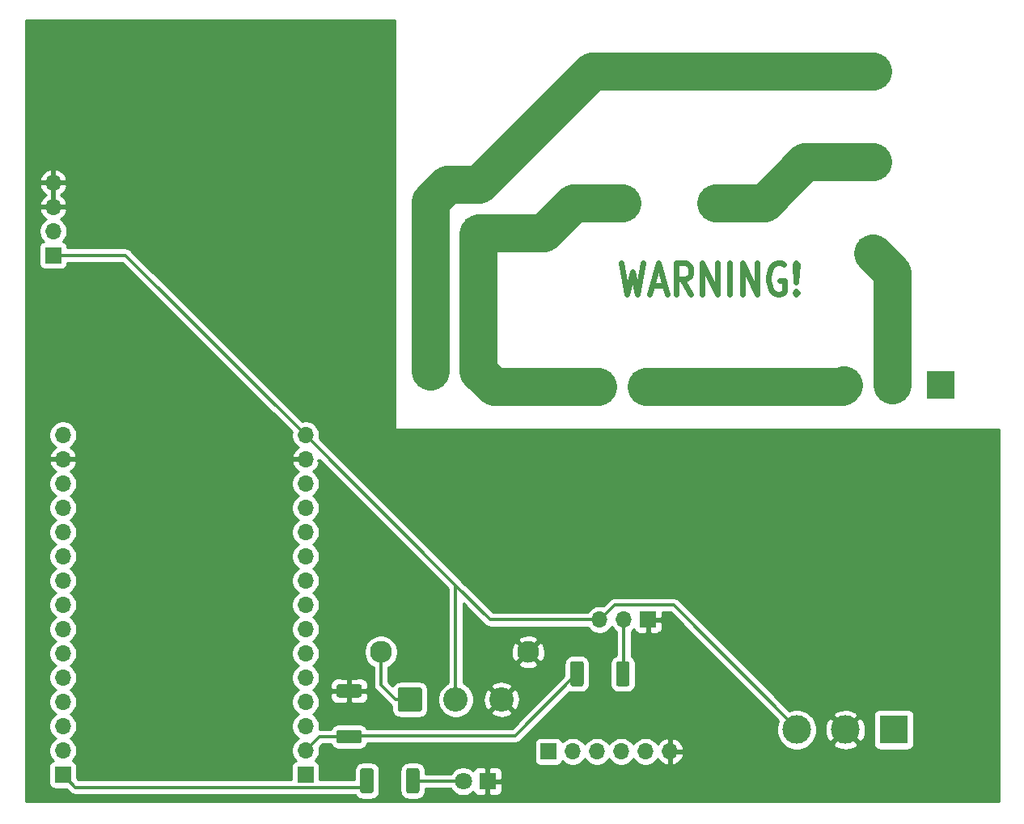
<source format=gtl>
G04 #@! TF.GenerationSoftware,KiCad,Pcbnew,5.1.12-84ad8e8a86~92~ubuntu18.04.1*
G04 #@! TF.CreationDate,2022-03-31T10:50:17-04:00*
G04 #@! TF.ProjectId,OMC_WIFI_PCB,4f4d435f-5749-4464-995f-5043422e6b69,rev?*
G04 #@! TF.SameCoordinates,Original*
G04 #@! TF.FileFunction,Copper,L1,Top*
G04 #@! TF.FilePolarity,Positive*
%FSLAX46Y46*%
G04 Gerber Fmt 4.6, Leading zero omitted, Abs format (unit mm)*
G04 Created by KiCad (PCBNEW 5.1.12-84ad8e8a86~92~ubuntu18.04.1) date 2022-03-31 10:50:17*
%MOMM*%
%LPD*%
G01*
G04 APERTURE LIST*
G04 #@! TA.AperFunction,NonConductor*
%ADD10C,0.625000*%
G04 #@! TD*
G04 #@! TA.AperFunction,ComponentPad*
%ADD11R,1.700000X1.700000*%
G04 #@! TD*
G04 #@! TA.AperFunction,ComponentPad*
%ADD12O,1.700000X1.700000*%
G04 #@! TD*
G04 #@! TA.AperFunction,ComponentPad*
%ADD13C,2.000000*%
G04 #@! TD*
G04 #@! TA.AperFunction,ComponentPad*
%ADD14R,3.000000X3.000000*%
G04 #@! TD*
G04 #@! TA.AperFunction,ComponentPad*
%ADD15C,3.000000*%
G04 #@! TD*
G04 #@! TA.AperFunction,ComponentPad*
%ADD16R,1.800000X1.800000*%
G04 #@! TD*
G04 #@! TA.AperFunction,ComponentPad*
%ADD17C,1.800000*%
G04 #@! TD*
G04 #@! TA.AperFunction,ComponentPad*
%ADD18C,2.300000*%
G04 #@! TD*
G04 #@! TA.AperFunction,ComponentPad*
%ADD19C,2.550000*%
G04 #@! TD*
G04 #@! TA.AperFunction,Conductor*
%ADD20C,0.300000*%
G04 #@! TD*
G04 #@! TA.AperFunction,Conductor*
%ADD21C,4.000000*%
G04 #@! TD*
G04 #@! TA.AperFunction,Conductor*
%ADD22C,0.254000*%
G04 #@! TD*
G04 #@! TA.AperFunction,Conductor*
%ADD23C,0.100000*%
G04 #@! TD*
G04 APERTURE END LIST*
D10*
X639552380Y955879761D02*
X640207142Y952629761D01*
X640730952Y954951190D01*
X641254761Y952629761D01*
X641909523Y955879761D01*
X642826190Y953558333D02*
X644135714Y953558333D01*
X642564285Y952629761D02*
X643480952Y955879761D01*
X644397619Y952629761D01*
X646885714Y952629761D02*
X645969047Y954177380D01*
X645314285Y952629761D02*
X645314285Y955879761D01*
X646361904Y955879761D01*
X646623809Y955725000D01*
X646754761Y955570238D01*
X646885714Y955260714D01*
X646885714Y954796428D01*
X646754761Y954486904D01*
X646623809Y954332142D01*
X646361904Y954177380D01*
X645314285Y954177380D01*
X648064285Y952629761D02*
X648064285Y955879761D01*
X649635714Y952629761D01*
X649635714Y955879761D01*
X650945238Y952629761D02*
X650945238Y955879761D01*
X652254761Y952629761D02*
X652254761Y955879761D01*
X653826190Y952629761D01*
X653826190Y955879761D01*
X656576190Y955725000D02*
X656314285Y955879761D01*
X655921428Y955879761D01*
X655528571Y955725000D01*
X655266666Y955415476D01*
X655135714Y955105952D01*
X655004761Y954486904D01*
X655004761Y954022619D01*
X655135714Y953403571D01*
X655266666Y953094047D01*
X655528571Y952784523D01*
X655921428Y952629761D01*
X656183333Y952629761D01*
X656576190Y952784523D01*
X656707142Y952939285D01*
X656707142Y954022619D01*
X656183333Y954022619D01*
X657885714Y952939285D02*
X658016666Y952784523D01*
X657885714Y952629761D01*
X657754761Y952784523D01*
X657885714Y952939285D01*
X657885714Y952629761D01*
X657885714Y953867857D02*
X657754761Y955725000D01*
X657885714Y955879761D01*
X658016666Y955725000D01*
X657885714Y953867857D01*
X657885714Y955879761D01*
G04 #@! TA.AperFunction,SMDPad,CuDef*
G36*
G01*
X612175001Y910380000D02*
X610024999Y910380000D01*
G75*
G02*
X609775000Y910629999I0J249999D01*
G01*
X609775000Y911530001D01*
G75*
G02*
X610024999Y911780000I249999J0D01*
G01*
X612175001Y911780000D01*
G75*
G02*
X612425000Y911530001I0J-249999D01*
G01*
X612425000Y910629999D01*
G75*
G02*
X612175001Y910380000I-249999J0D01*
G01*
G37*
G04 #@! TD.AperFunction*
G04 #@! TA.AperFunction,SMDPad,CuDef*
G36*
G01*
X612175001Y905580000D02*
X610024999Y905580000D01*
G75*
G02*
X609775000Y905829999I0J249999D01*
G01*
X609775000Y906730001D01*
G75*
G02*
X610024999Y906980000I249999J0D01*
G01*
X612175001Y906980000D01*
G75*
G02*
X612425000Y906730001I0J-249999D01*
G01*
X612425000Y905829999D01*
G75*
G02*
X612175001Y905580000I-249999J0D01*
G01*
G37*
G04 #@! TD.AperFunction*
G04 #@! TA.AperFunction,SMDPad,CuDef*
G36*
G01*
X635650000Y913935001D02*
X635650000Y911784999D01*
G75*
G02*
X635400001Y911535000I-249999J0D01*
G01*
X634499999Y911535000D01*
G75*
G02*
X634250000Y911784999I0J249999D01*
G01*
X634250000Y913935001D01*
G75*
G02*
X634499999Y914185000I249999J0D01*
G01*
X635400001Y914185000D01*
G75*
G02*
X635650000Y913935001I0J-249999D01*
G01*
G37*
G04 #@! TD.AperFunction*
G04 #@! TA.AperFunction,SMDPad,CuDef*
G36*
G01*
X640450000Y913935001D02*
X640450000Y911784999D01*
G75*
G02*
X640200001Y911535000I-249999J0D01*
G01*
X639299999Y911535000D01*
G75*
G02*
X639050000Y911784999I0J249999D01*
G01*
X639050000Y913935001D01*
G75*
G02*
X639299999Y914185000I249999J0D01*
G01*
X640200001Y914185000D01*
G75*
G02*
X640450000Y913935001I0J-249999D01*
G01*
G37*
G04 #@! TD.AperFunction*
D11*
X631970000Y904730000D03*
D12*
X634510000Y904730000D03*
X637050000Y904730000D03*
X639590000Y904730000D03*
X642130000Y904730000D03*
X644670000Y904730000D03*
D13*
X639690000Y962160000D03*
X634610000Y962170000D03*
X654570000Y962180000D03*
X649490000Y962190000D03*
D14*
X624700000Y959025000D03*
D15*
X624700000Y964105000D03*
X657960000Y907010000D03*
X663040000Y907010000D03*
D14*
X668120000Y907010000D03*
X642250000Y942900000D03*
D15*
X637170000Y942900000D03*
X662860000Y943080000D03*
X667940000Y943080000D03*
D14*
X673020000Y943080000D03*
D16*
X625585000Y901615000D03*
D17*
X623045000Y901615000D03*
D11*
X606540000Y902300000D03*
D12*
X606540000Y904840000D03*
X606540000Y907380000D03*
X606540000Y909920000D03*
X606540000Y912460000D03*
X606540000Y915000000D03*
X606540000Y917540000D03*
X606540000Y920080000D03*
X606540000Y922620000D03*
X606540000Y925160000D03*
X606540000Y927700000D03*
X606540000Y930240000D03*
X606540000Y932780000D03*
X606540000Y935320000D03*
X606540000Y937860000D03*
D11*
X581140000Y902300000D03*
D12*
X581140000Y904840000D03*
X581140000Y907380000D03*
X581140000Y909920000D03*
X581140000Y912460000D03*
X581140000Y915000000D03*
X581140000Y917540000D03*
X581140000Y920080000D03*
X581140000Y922620000D03*
X581140000Y925160000D03*
X581140000Y927700000D03*
X581140000Y930240000D03*
X581140000Y932780000D03*
X581140000Y935320000D03*
X581140000Y937860000D03*
D15*
X665900000Y975970000D03*
X665900000Y966440000D03*
D14*
X665900000Y956910000D03*
D12*
X637320000Y918540000D03*
X639860000Y918540000D03*
D11*
X642400000Y918540000D03*
D12*
X580125000Y964295000D03*
X580125000Y961755000D03*
X580125000Y959215000D03*
D11*
X580125000Y956675000D03*
D18*
X629825000Y915150000D03*
D14*
X624625000Y944550000D03*
D15*
X619625000Y944550000D03*
D18*
X614425000Y915150000D03*
G04 #@! TA.AperFunction,SMDPad,CuDef*
G36*
G01*
X612260000Y900589999D02*
X612260000Y902740001D01*
G75*
G02*
X612509999Y902990000I249999J0D01*
G01*
X613410001Y902990000D01*
G75*
G02*
X613660000Y902740001I0J-249999D01*
G01*
X613660000Y900589999D01*
G75*
G02*
X613410001Y900340000I-249999J0D01*
G01*
X612509999Y900340000D01*
G75*
G02*
X612260000Y900589999I0J249999D01*
G01*
G37*
G04 #@! TD.AperFunction*
G04 #@! TA.AperFunction,SMDPad,CuDef*
G36*
G01*
X617060000Y900589999D02*
X617060000Y902740001D01*
G75*
G02*
X617309999Y902990000I249999J0D01*
G01*
X618210001Y902990000D01*
G75*
G02*
X618460000Y902740001I0J-249999D01*
G01*
X618460000Y900589999D01*
G75*
G02*
X618210001Y900340000I-249999J0D01*
G01*
X617309999Y900340000D01*
G75*
G02*
X617060000Y900589999I0J249999D01*
G01*
G37*
G04 #@! TD.AperFunction*
D19*
X627060000Y910170000D03*
X622260000Y910170000D03*
G04 #@! TA.AperFunction,ComponentPad*
G36*
G01*
X616185000Y909144999D02*
X616185000Y911195001D01*
G75*
G02*
X616434999Y911445000I249999J0D01*
G01*
X618485001Y911445000D01*
G75*
G02*
X618735000Y911195001I0J-249999D01*
G01*
X618735000Y909144999D01*
G75*
G02*
X618485001Y908895000I-249999J0D01*
G01*
X616434999Y908895000D01*
G75*
G02*
X616185000Y909144999I0J249999D01*
G01*
G37*
G04 #@! TD.AperFunction*
D20*
X622995000Y901665000D02*
X623045000Y901615000D01*
X617810000Y901615000D02*
X617760000Y901665000D01*
X623045000Y901615000D02*
X617810000Y901615000D01*
X587710000Y956675000D02*
X606549999Y937835001D01*
X580125000Y956675000D02*
X587710000Y956675000D01*
X622260000Y910170000D02*
X622260000Y922125000D01*
X621577500Y922807500D02*
X606549999Y937835001D01*
X622260000Y922125000D02*
X621577500Y922807500D01*
X625855000Y918530000D02*
X622260000Y922125000D01*
X637380000Y918530000D02*
X625855000Y918530000D01*
X637380000Y918530000D02*
X638910000Y920060000D01*
X638910000Y920060000D02*
X645060000Y920060000D01*
X645060000Y920060000D02*
X658060000Y907060000D01*
D21*
X624625000Y958950000D02*
X624700000Y959025000D01*
X624625000Y944550000D02*
X624625000Y958950000D01*
X631465000Y959025000D02*
X634610000Y962170000D01*
X624700000Y959025000D02*
X631465000Y959025000D01*
X634620000Y962160000D02*
X634610000Y962170000D01*
X639690000Y962160000D02*
X634620000Y962160000D01*
X624625000Y944550000D02*
X624630000Y944550000D01*
X626280000Y942900000D02*
X637170000Y942900000D01*
X624630000Y944550000D02*
X626280000Y942900000D01*
X667940000Y954870000D02*
X667940000Y943080000D01*
X665900000Y956910000D02*
X667940000Y954870000D01*
X662680000Y942900000D02*
X662860000Y943080000D01*
X642250000Y942900000D02*
X662680000Y942900000D01*
D20*
X614425000Y915150000D02*
X614425000Y911725000D01*
X615980000Y910170000D02*
X614425000Y911725000D01*
X617460000Y910170000D02*
X615980000Y910170000D01*
X606549999Y907355001D02*
X606549999Y907970999D01*
X634950000Y912860000D02*
X628470000Y906380000D01*
X611200000Y906380000D02*
X611100000Y906280000D01*
X628470000Y906380000D02*
X611200000Y906380000D01*
X607980000Y906280000D02*
X606540000Y904840000D01*
X611100000Y906280000D02*
X607980000Y906280000D01*
X612270000Y900975000D02*
X612960000Y901665000D01*
X582475000Y900965000D02*
X581140000Y902300000D01*
X612260000Y900965000D02*
X582475000Y900965000D01*
X612960000Y901665000D02*
X612260000Y900965000D01*
D21*
X636565000Y975970000D02*
X624700000Y964105000D01*
X665900000Y975970000D02*
X636565000Y975970000D01*
X619625000Y962350002D02*
X619625000Y944550000D01*
X624700000Y964105000D02*
X621379998Y964105000D01*
X621379998Y964105000D02*
X619625000Y962350002D01*
X658830000Y966440000D02*
X654570000Y962180000D01*
X665900000Y966440000D02*
X658830000Y966440000D01*
X649500000Y962180000D02*
X649490000Y962190000D01*
X654570000Y962180000D02*
X649500000Y962180000D01*
D20*
X639860000Y912970000D02*
X639750000Y912860000D01*
X639860000Y918540000D02*
X639860000Y912970000D01*
D22*
X615843000Y938600000D02*
X615845440Y938575224D01*
X615852667Y938551399D01*
X615864403Y938529443D01*
X615880197Y938510197D01*
X615899443Y938494403D01*
X615921399Y938482667D01*
X615945224Y938475440D01*
X615970000Y938473000D01*
X679100000Y938473000D01*
X679100000Y899510000D01*
X577240000Y899510000D01*
X577240000Y938006260D01*
X579655000Y938006260D01*
X579655000Y937713740D01*
X579712068Y937426842D01*
X579824010Y937156589D01*
X579986525Y936913368D01*
X580193368Y936706525D01*
X580375534Y936584805D01*
X580258645Y936515178D01*
X580042412Y936320269D01*
X579868359Y936086920D01*
X579743175Y935824099D01*
X579698524Y935676890D01*
X579819845Y935447000D01*
X581013000Y935447000D01*
X581013000Y935467000D01*
X581267000Y935467000D01*
X581267000Y935447000D01*
X582460155Y935447000D01*
X582581476Y935676890D01*
X582536825Y935824099D01*
X582411641Y936086920D01*
X582237588Y936320269D01*
X582021355Y936515178D01*
X581904466Y936584805D01*
X582086632Y936706525D01*
X582293475Y936913368D01*
X582455990Y937156589D01*
X582567932Y937426842D01*
X582625000Y937713740D01*
X582625000Y938006260D01*
X582567932Y938293158D01*
X582455990Y938563411D01*
X582293475Y938806632D01*
X582086632Y939013475D01*
X581843411Y939175990D01*
X581573158Y939287932D01*
X581286260Y939345000D01*
X580993740Y939345000D01*
X580706842Y939287932D01*
X580436589Y939175990D01*
X580193368Y939013475D01*
X579986525Y938806632D01*
X579824010Y938563411D01*
X579712068Y938293158D01*
X579655000Y938006260D01*
X577240000Y938006260D01*
X577240000Y957525000D01*
X578636928Y957525000D01*
X578636928Y955825000D01*
X578649188Y955700518D01*
X578685498Y955580820D01*
X578744463Y955470506D01*
X578823815Y955373815D01*
X578920506Y955294463D01*
X579030820Y955235498D01*
X579150518Y955199188D01*
X579275000Y955186928D01*
X580975000Y955186928D01*
X581099482Y955199188D01*
X581219180Y955235498D01*
X581329494Y955294463D01*
X581426185Y955373815D01*
X581505537Y955470506D01*
X581564502Y955580820D01*
X581600812Y955700518D01*
X581613072Y955825000D01*
X581613072Y955890000D01*
X587384843Y955890000D01*
X605090436Y938184406D01*
X605055000Y938006260D01*
X605055000Y937713740D01*
X605112068Y937426842D01*
X605224010Y937156589D01*
X605386525Y936913368D01*
X605593368Y936706525D01*
X605775534Y936584805D01*
X605658645Y936515178D01*
X605442412Y936320269D01*
X605268359Y936086920D01*
X605143175Y935824099D01*
X605098524Y935676890D01*
X605219845Y935447000D01*
X606413000Y935447000D01*
X606413000Y935467000D01*
X606667000Y935467000D01*
X606667000Y935447000D01*
X606687000Y935447000D01*
X606687000Y935193000D01*
X606667000Y935193000D01*
X606667000Y935173000D01*
X606413000Y935173000D01*
X606413000Y935193000D01*
X605219845Y935193000D01*
X605098524Y934963110D01*
X605143175Y934815901D01*
X605268359Y934553080D01*
X605442412Y934319731D01*
X605658645Y934124822D01*
X605775534Y934055195D01*
X605593368Y933933475D01*
X605386525Y933726632D01*
X605224010Y933483411D01*
X605112068Y933213158D01*
X605055000Y932926260D01*
X605055000Y932633740D01*
X605112068Y932346842D01*
X605224010Y932076589D01*
X605386525Y931833368D01*
X605593368Y931626525D01*
X605767760Y931510000D01*
X605593368Y931393475D01*
X605386525Y931186632D01*
X605224010Y930943411D01*
X605112068Y930673158D01*
X605055000Y930386260D01*
X605055000Y930093740D01*
X605112068Y929806842D01*
X605224010Y929536589D01*
X605386525Y929293368D01*
X605593368Y929086525D01*
X605767760Y928970000D01*
X605593368Y928853475D01*
X605386525Y928646632D01*
X605224010Y928403411D01*
X605112068Y928133158D01*
X605055000Y927846260D01*
X605055000Y927553740D01*
X605112068Y927266842D01*
X605224010Y926996589D01*
X605386525Y926753368D01*
X605593368Y926546525D01*
X605767760Y926430000D01*
X605593368Y926313475D01*
X605386525Y926106632D01*
X605224010Y925863411D01*
X605112068Y925593158D01*
X605055000Y925306260D01*
X605055000Y925013740D01*
X605112068Y924726842D01*
X605224010Y924456589D01*
X605386525Y924213368D01*
X605593368Y924006525D01*
X605767760Y923890000D01*
X605593368Y923773475D01*
X605386525Y923566632D01*
X605224010Y923323411D01*
X605112068Y923053158D01*
X605055000Y922766260D01*
X605055000Y922473740D01*
X605112068Y922186842D01*
X605224010Y921916589D01*
X605386525Y921673368D01*
X605593368Y921466525D01*
X605767760Y921350000D01*
X605593368Y921233475D01*
X605386525Y921026632D01*
X605224010Y920783411D01*
X605112068Y920513158D01*
X605055000Y920226260D01*
X605055000Y919933740D01*
X605112068Y919646842D01*
X605224010Y919376589D01*
X605386525Y919133368D01*
X605593368Y918926525D01*
X605767760Y918810000D01*
X605593368Y918693475D01*
X605386525Y918486632D01*
X605224010Y918243411D01*
X605112068Y917973158D01*
X605055000Y917686260D01*
X605055000Y917393740D01*
X605112068Y917106842D01*
X605224010Y916836589D01*
X605386525Y916593368D01*
X605593368Y916386525D01*
X605767760Y916270000D01*
X605593368Y916153475D01*
X605386525Y915946632D01*
X605224010Y915703411D01*
X605112068Y915433158D01*
X605055000Y915146260D01*
X605055000Y914853740D01*
X605112068Y914566842D01*
X605224010Y914296589D01*
X605386525Y914053368D01*
X605593368Y913846525D01*
X605767760Y913730000D01*
X605593368Y913613475D01*
X605386525Y913406632D01*
X605224010Y913163411D01*
X605112068Y912893158D01*
X605055000Y912606260D01*
X605055000Y912313740D01*
X605112068Y912026842D01*
X605224010Y911756589D01*
X605386525Y911513368D01*
X605593368Y911306525D01*
X605767760Y911190000D01*
X605593368Y911073475D01*
X605386525Y910866632D01*
X605224010Y910623411D01*
X605112068Y910353158D01*
X605055000Y910066260D01*
X605055000Y909773740D01*
X605112068Y909486842D01*
X605224010Y909216589D01*
X605386525Y908973368D01*
X605593368Y908766525D01*
X605767760Y908650000D01*
X605593368Y908533475D01*
X605386525Y908326632D01*
X605224010Y908083411D01*
X605112068Y907813158D01*
X605055000Y907526260D01*
X605055000Y907233740D01*
X605112068Y906946842D01*
X605224010Y906676589D01*
X605386525Y906433368D01*
X605593368Y906226525D01*
X605767760Y906110000D01*
X605593368Y905993475D01*
X605386525Y905786632D01*
X605224010Y905543411D01*
X605112068Y905273158D01*
X605055000Y904986260D01*
X605055000Y904693740D01*
X605112068Y904406842D01*
X605224010Y904136589D01*
X605386525Y903893368D01*
X605518380Y903761513D01*
X605445820Y903739502D01*
X605335506Y903680537D01*
X605238815Y903601185D01*
X605159463Y903504494D01*
X605100498Y903394180D01*
X605064188Y903274482D01*
X605051928Y903150000D01*
X605051928Y901750000D01*
X582800158Y901750000D01*
X582628072Y901922086D01*
X582628072Y903150000D01*
X582615812Y903274482D01*
X582579502Y903394180D01*
X582520537Y903504494D01*
X582441185Y903601185D01*
X582344494Y903680537D01*
X582234180Y903739502D01*
X582161620Y903761513D01*
X582293475Y903893368D01*
X582455990Y904136589D01*
X582567932Y904406842D01*
X582625000Y904693740D01*
X582625000Y904986260D01*
X582567932Y905273158D01*
X582455990Y905543411D01*
X582293475Y905786632D01*
X582086632Y905993475D01*
X581912240Y906110000D01*
X582086632Y906226525D01*
X582293475Y906433368D01*
X582455990Y906676589D01*
X582567932Y906946842D01*
X582625000Y907233740D01*
X582625000Y907526260D01*
X582567932Y907813158D01*
X582455990Y908083411D01*
X582293475Y908326632D01*
X582086632Y908533475D01*
X581912240Y908650000D01*
X582086632Y908766525D01*
X582293475Y908973368D01*
X582455990Y909216589D01*
X582567932Y909486842D01*
X582625000Y909773740D01*
X582625000Y910066260D01*
X582567932Y910353158D01*
X582455990Y910623411D01*
X582293475Y910866632D01*
X582086632Y911073475D01*
X581912240Y911190000D01*
X582086632Y911306525D01*
X582293475Y911513368D01*
X582455990Y911756589D01*
X582567932Y912026842D01*
X582625000Y912313740D01*
X582625000Y912606260D01*
X582567932Y912893158D01*
X582455990Y913163411D01*
X582293475Y913406632D01*
X582086632Y913613475D01*
X581912240Y913730000D01*
X582086632Y913846525D01*
X582293475Y914053368D01*
X582455990Y914296589D01*
X582567932Y914566842D01*
X582625000Y914853740D01*
X582625000Y915146260D01*
X582567932Y915433158D01*
X582455990Y915703411D01*
X582293475Y915946632D01*
X582086632Y916153475D01*
X581912240Y916270000D01*
X582086632Y916386525D01*
X582293475Y916593368D01*
X582455990Y916836589D01*
X582567932Y917106842D01*
X582625000Y917393740D01*
X582625000Y917686260D01*
X582567932Y917973158D01*
X582455990Y918243411D01*
X582293475Y918486632D01*
X582086632Y918693475D01*
X581912240Y918810000D01*
X582086632Y918926525D01*
X582293475Y919133368D01*
X582455990Y919376589D01*
X582567932Y919646842D01*
X582625000Y919933740D01*
X582625000Y920226260D01*
X582567932Y920513158D01*
X582455990Y920783411D01*
X582293475Y921026632D01*
X582086632Y921233475D01*
X581912240Y921350000D01*
X582086632Y921466525D01*
X582293475Y921673368D01*
X582455990Y921916589D01*
X582567932Y922186842D01*
X582625000Y922473740D01*
X582625000Y922766260D01*
X582567932Y923053158D01*
X582455990Y923323411D01*
X582293475Y923566632D01*
X582086632Y923773475D01*
X581912240Y923890000D01*
X582086632Y924006525D01*
X582293475Y924213368D01*
X582455990Y924456589D01*
X582567932Y924726842D01*
X582625000Y925013740D01*
X582625000Y925306260D01*
X582567932Y925593158D01*
X582455990Y925863411D01*
X582293475Y926106632D01*
X582086632Y926313475D01*
X581912240Y926430000D01*
X582086632Y926546525D01*
X582293475Y926753368D01*
X582455990Y926996589D01*
X582567932Y927266842D01*
X582625000Y927553740D01*
X582625000Y927846260D01*
X582567932Y928133158D01*
X582455990Y928403411D01*
X582293475Y928646632D01*
X582086632Y928853475D01*
X581912240Y928970000D01*
X582086632Y929086525D01*
X582293475Y929293368D01*
X582455990Y929536589D01*
X582567932Y929806842D01*
X582625000Y930093740D01*
X582625000Y930386260D01*
X582567932Y930673158D01*
X582455990Y930943411D01*
X582293475Y931186632D01*
X582086632Y931393475D01*
X581912240Y931510000D01*
X582086632Y931626525D01*
X582293475Y931833368D01*
X582455990Y932076589D01*
X582567932Y932346842D01*
X582625000Y932633740D01*
X582625000Y932926260D01*
X582567932Y933213158D01*
X582455990Y933483411D01*
X582293475Y933726632D01*
X582086632Y933933475D01*
X581904466Y934055195D01*
X582021355Y934124822D01*
X582237588Y934319731D01*
X582411641Y934553080D01*
X582536825Y934815901D01*
X582581476Y934963110D01*
X582460155Y935193000D01*
X581267000Y935193000D01*
X581267000Y935173000D01*
X581013000Y935173000D01*
X581013000Y935193000D01*
X579819845Y935193000D01*
X579698524Y934963110D01*
X579743175Y934815901D01*
X579868359Y934553080D01*
X580042412Y934319731D01*
X580258645Y934124822D01*
X580375534Y934055195D01*
X580193368Y933933475D01*
X579986525Y933726632D01*
X579824010Y933483411D01*
X579712068Y933213158D01*
X579655000Y932926260D01*
X579655000Y932633740D01*
X579712068Y932346842D01*
X579824010Y932076589D01*
X579986525Y931833368D01*
X580193368Y931626525D01*
X580367760Y931510000D01*
X580193368Y931393475D01*
X579986525Y931186632D01*
X579824010Y930943411D01*
X579712068Y930673158D01*
X579655000Y930386260D01*
X579655000Y930093740D01*
X579712068Y929806842D01*
X579824010Y929536589D01*
X579986525Y929293368D01*
X580193368Y929086525D01*
X580367760Y928970000D01*
X580193368Y928853475D01*
X579986525Y928646632D01*
X579824010Y928403411D01*
X579712068Y928133158D01*
X579655000Y927846260D01*
X579655000Y927553740D01*
X579712068Y927266842D01*
X579824010Y926996589D01*
X579986525Y926753368D01*
X580193368Y926546525D01*
X580367760Y926430000D01*
X580193368Y926313475D01*
X579986525Y926106632D01*
X579824010Y925863411D01*
X579712068Y925593158D01*
X579655000Y925306260D01*
X579655000Y925013740D01*
X579712068Y924726842D01*
X579824010Y924456589D01*
X579986525Y924213368D01*
X580193368Y924006525D01*
X580367760Y923890000D01*
X580193368Y923773475D01*
X579986525Y923566632D01*
X579824010Y923323411D01*
X579712068Y923053158D01*
X579655000Y922766260D01*
X579655000Y922473740D01*
X579712068Y922186842D01*
X579824010Y921916589D01*
X579986525Y921673368D01*
X580193368Y921466525D01*
X580367760Y921350000D01*
X580193368Y921233475D01*
X579986525Y921026632D01*
X579824010Y920783411D01*
X579712068Y920513158D01*
X579655000Y920226260D01*
X579655000Y919933740D01*
X579712068Y919646842D01*
X579824010Y919376589D01*
X579986525Y919133368D01*
X580193368Y918926525D01*
X580367760Y918810000D01*
X580193368Y918693475D01*
X579986525Y918486632D01*
X579824010Y918243411D01*
X579712068Y917973158D01*
X579655000Y917686260D01*
X579655000Y917393740D01*
X579712068Y917106842D01*
X579824010Y916836589D01*
X579986525Y916593368D01*
X580193368Y916386525D01*
X580367760Y916270000D01*
X580193368Y916153475D01*
X579986525Y915946632D01*
X579824010Y915703411D01*
X579712068Y915433158D01*
X579655000Y915146260D01*
X579655000Y914853740D01*
X579712068Y914566842D01*
X579824010Y914296589D01*
X579986525Y914053368D01*
X580193368Y913846525D01*
X580367760Y913730000D01*
X580193368Y913613475D01*
X579986525Y913406632D01*
X579824010Y913163411D01*
X579712068Y912893158D01*
X579655000Y912606260D01*
X579655000Y912313740D01*
X579712068Y912026842D01*
X579824010Y911756589D01*
X579986525Y911513368D01*
X580193368Y911306525D01*
X580367760Y911190000D01*
X580193368Y911073475D01*
X579986525Y910866632D01*
X579824010Y910623411D01*
X579712068Y910353158D01*
X579655000Y910066260D01*
X579655000Y909773740D01*
X579712068Y909486842D01*
X579824010Y909216589D01*
X579986525Y908973368D01*
X580193368Y908766525D01*
X580367760Y908650000D01*
X580193368Y908533475D01*
X579986525Y908326632D01*
X579824010Y908083411D01*
X579712068Y907813158D01*
X579655000Y907526260D01*
X579655000Y907233740D01*
X579712068Y906946842D01*
X579824010Y906676589D01*
X579986525Y906433368D01*
X580193368Y906226525D01*
X580367760Y906110000D01*
X580193368Y905993475D01*
X579986525Y905786632D01*
X579824010Y905543411D01*
X579712068Y905273158D01*
X579655000Y904986260D01*
X579655000Y904693740D01*
X579712068Y904406842D01*
X579824010Y904136589D01*
X579986525Y903893368D01*
X580118380Y903761513D01*
X580045820Y903739502D01*
X579935506Y903680537D01*
X579838815Y903601185D01*
X579759463Y903504494D01*
X579700498Y903394180D01*
X579664188Y903274482D01*
X579651928Y903150000D01*
X579651928Y901450000D01*
X579664188Y901325518D01*
X579700498Y901205820D01*
X579759463Y901095506D01*
X579838815Y900998815D01*
X579935506Y900919463D01*
X580045820Y900860498D01*
X580165518Y900824188D01*
X580290000Y900811928D01*
X581517914Y900811928D01*
X581892658Y900437184D01*
X581917236Y900407236D01*
X581947184Y900382658D01*
X581947187Y900382655D01*
X581974176Y900360506D01*
X582036767Y900309138D01*
X582138613Y900254701D01*
X582173140Y900236246D01*
X582321112Y900191359D01*
X582335490Y900189943D01*
X582436439Y900180000D01*
X582436446Y900180000D01*
X582474999Y900176203D01*
X582513552Y900180000D01*
X611727024Y900180000D01*
X611771595Y900096613D01*
X611882038Y899962038D01*
X612016613Y899851595D01*
X612170149Y899769528D01*
X612336745Y899718992D01*
X612509999Y899701928D01*
X613410001Y899701928D01*
X613583255Y899718992D01*
X613749851Y899769528D01*
X613903387Y899851595D01*
X614037962Y899962038D01*
X614148405Y900096613D01*
X614230472Y900250149D01*
X614281008Y900416745D01*
X614298072Y900589999D01*
X614298072Y902740001D01*
X616421928Y902740001D01*
X616421928Y900589999D01*
X616438992Y900416745D01*
X616489528Y900250149D01*
X616571595Y900096613D01*
X616682038Y899962038D01*
X616816613Y899851595D01*
X616970149Y899769528D01*
X617136745Y899718992D01*
X617309999Y899701928D01*
X618210001Y899701928D01*
X618383255Y899718992D01*
X618549851Y899769528D01*
X618703387Y899851595D01*
X618837962Y899962038D01*
X618948405Y900096613D01*
X619030472Y900250149D01*
X619081008Y900416745D01*
X619098072Y900589999D01*
X619098072Y900830000D01*
X621723392Y900830000D01*
X621852688Y900636495D01*
X622066495Y900422688D01*
X622317905Y900254701D01*
X622597257Y900138989D01*
X622893816Y900080000D01*
X623196184Y900080000D01*
X623492743Y900138989D01*
X623772095Y900254701D01*
X624023505Y900422688D01*
X624089944Y900489127D01*
X624095498Y900470820D01*
X624154463Y900360506D01*
X624233815Y900263815D01*
X624330506Y900184463D01*
X624440820Y900125498D01*
X624560518Y900089188D01*
X624685000Y900076928D01*
X625299250Y900080000D01*
X625458000Y900238750D01*
X625458000Y901488000D01*
X625712000Y901488000D01*
X625712000Y900238750D01*
X625870750Y900080000D01*
X626485000Y900076928D01*
X626609482Y900089188D01*
X626729180Y900125498D01*
X626839494Y900184463D01*
X626936185Y900263815D01*
X627015537Y900360506D01*
X627074502Y900470820D01*
X627110812Y900590518D01*
X627123072Y900715000D01*
X627120000Y901329250D01*
X626961250Y901488000D01*
X625712000Y901488000D01*
X625458000Y901488000D01*
X625438000Y901488000D01*
X625438000Y901742000D01*
X625458000Y901742000D01*
X625458000Y902991250D01*
X625712000Y902991250D01*
X625712000Y901742000D01*
X626961250Y901742000D01*
X627120000Y901900750D01*
X627123072Y902515000D01*
X627110812Y902639482D01*
X627074502Y902759180D01*
X627015537Y902869494D01*
X626936185Y902966185D01*
X626839494Y903045537D01*
X626729180Y903104502D01*
X626609482Y903140812D01*
X626485000Y903153072D01*
X625870750Y903150000D01*
X625712000Y902991250D01*
X625458000Y902991250D01*
X625299250Y903150000D01*
X624685000Y903153072D01*
X624560518Y903140812D01*
X624440820Y903104502D01*
X624330506Y903045537D01*
X624233815Y902966185D01*
X624154463Y902869494D01*
X624095498Y902759180D01*
X624089944Y902740873D01*
X624023505Y902807312D01*
X623772095Y902975299D01*
X623492743Y903091011D01*
X623196184Y903150000D01*
X622893816Y903150000D01*
X622597257Y903091011D01*
X622317905Y902975299D01*
X622066495Y902807312D01*
X621852688Y902593505D01*
X621723392Y902400000D01*
X619098072Y902400000D01*
X619098072Y902740001D01*
X619081008Y902913255D01*
X619030472Y903079851D01*
X618948405Y903233387D01*
X618837962Y903367962D01*
X618703387Y903478405D01*
X618549851Y903560472D01*
X618383255Y903611008D01*
X618210001Y903628072D01*
X617309999Y903628072D01*
X617136745Y903611008D01*
X616970149Y903560472D01*
X616816613Y903478405D01*
X616682038Y903367962D01*
X616571595Y903233387D01*
X616489528Y903079851D01*
X616438992Y902913255D01*
X616421928Y902740001D01*
X614298072Y902740001D01*
X614281008Y902913255D01*
X614230472Y903079851D01*
X614148405Y903233387D01*
X614037962Y903367962D01*
X613903387Y903478405D01*
X613749851Y903560472D01*
X613583255Y903611008D01*
X613410001Y903628072D01*
X612509999Y903628072D01*
X612336745Y903611008D01*
X612170149Y903560472D01*
X612016613Y903478405D01*
X611882038Y903367962D01*
X611771595Y903233387D01*
X611689528Y903079851D01*
X611638992Y902913255D01*
X611621928Y902740001D01*
X611621928Y901750000D01*
X608028072Y901750000D01*
X608028072Y903150000D01*
X608015812Y903274482D01*
X607979502Y903394180D01*
X607920537Y903504494D01*
X607841185Y903601185D01*
X607744494Y903680537D01*
X607634180Y903739502D01*
X607561620Y903761513D01*
X607693475Y903893368D01*
X607855990Y904136589D01*
X607967932Y904406842D01*
X608025000Y904693740D01*
X608025000Y904986260D01*
X607987075Y905176918D01*
X608305157Y905495000D01*
X609203056Y905495000D01*
X609204528Y905490149D01*
X609286595Y905336613D01*
X609397038Y905202038D01*
X609531613Y905091595D01*
X609685149Y905009528D01*
X609851745Y904958992D01*
X610024999Y904941928D01*
X612175001Y904941928D01*
X612348255Y904958992D01*
X612514851Y905009528D01*
X612668387Y905091595D01*
X612802962Y905202038D01*
X612913405Y905336613D01*
X612995472Y905490149D01*
X613022727Y905580000D01*
X630481928Y905580000D01*
X630481928Y903880000D01*
X630494188Y903755518D01*
X630530498Y903635820D01*
X630589463Y903525506D01*
X630668815Y903428815D01*
X630765506Y903349463D01*
X630875820Y903290498D01*
X630995518Y903254188D01*
X631120000Y903241928D01*
X632820000Y903241928D01*
X632944482Y903254188D01*
X633064180Y903290498D01*
X633174494Y903349463D01*
X633271185Y903428815D01*
X633350537Y903525506D01*
X633409502Y903635820D01*
X633431513Y903708380D01*
X633563368Y903576525D01*
X633806589Y903414010D01*
X634076842Y903302068D01*
X634363740Y903245000D01*
X634656260Y903245000D01*
X634943158Y903302068D01*
X635213411Y903414010D01*
X635456632Y903576525D01*
X635663475Y903783368D01*
X635780000Y903957760D01*
X635896525Y903783368D01*
X636103368Y903576525D01*
X636346589Y903414010D01*
X636616842Y903302068D01*
X636903740Y903245000D01*
X637196260Y903245000D01*
X637483158Y903302068D01*
X637753411Y903414010D01*
X637996632Y903576525D01*
X638203475Y903783368D01*
X638320000Y903957760D01*
X638436525Y903783368D01*
X638643368Y903576525D01*
X638886589Y903414010D01*
X639156842Y903302068D01*
X639443740Y903245000D01*
X639736260Y903245000D01*
X640023158Y903302068D01*
X640293411Y903414010D01*
X640536632Y903576525D01*
X640743475Y903783368D01*
X640860000Y903957760D01*
X640976525Y903783368D01*
X641183368Y903576525D01*
X641426589Y903414010D01*
X641696842Y903302068D01*
X641983740Y903245000D01*
X642276260Y903245000D01*
X642563158Y903302068D01*
X642833411Y903414010D01*
X643076632Y903576525D01*
X643283475Y903783368D01*
X643405195Y903965534D01*
X643474822Y903848645D01*
X643669731Y903632412D01*
X643903080Y903458359D01*
X644165901Y903333175D01*
X644313110Y903288524D01*
X644543000Y903409845D01*
X644543000Y904603000D01*
X644797000Y904603000D01*
X644797000Y903409845D01*
X645026890Y903288524D01*
X645174099Y903333175D01*
X645436920Y903458359D01*
X645670269Y903632412D01*
X645865178Y903848645D01*
X646014157Y904098748D01*
X646111481Y904373109D01*
X645990814Y904603000D01*
X644797000Y904603000D01*
X644543000Y904603000D01*
X644523000Y904603000D01*
X644523000Y904857000D01*
X644543000Y904857000D01*
X644543000Y906050155D01*
X644797000Y906050155D01*
X644797000Y904857000D01*
X645990814Y904857000D01*
X646111481Y905086891D01*
X646014157Y905361252D01*
X645865178Y905611355D01*
X645670269Y905827588D01*
X645436920Y906001641D01*
X645174099Y906126825D01*
X645026890Y906171476D01*
X644797000Y906050155D01*
X644543000Y906050155D01*
X644313110Y906171476D01*
X644165901Y906126825D01*
X643903080Y906001641D01*
X643669731Y905827588D01*
X643474822Y905611355D01*
X643405195Y905494466D01*
X643283475Y905676632D01*
X643076632Y905883475D01*
X642833411Y906045990D01*
X642563158Y906157932D01*
X642276260Y906215000D01*
X641983740Y906215000D01*
X641696842Y906157932D01*
X641426589Y906045990D01*
X641183368Y905883475D01*
X640976525Y905676632D01*
X640860000Y905502240D01*
X640743475Y905676632D01*
X640536632Y905883475D01*
X640293411Y906045990D01*
X640023158Y906157932D01*
X639736260Y906215000D01*
X639443740Y906215000D01*
X639156842Y906157932D01*
X638886589Y906045990D01*
X638643368Y905883475D01*
X638436525Y905676632D01*
X638320000Y905502240D01*
X638203475Y905676632D01*
X637996632Y905883475D01*
X637753411Y906045990D01*
X637483158Y906157932D01*
X637196260Y906215000D01*
X636903740Y906215000D01*
X636616842Y906157932D01*
X636346589Y906045990D01*
X636103368Y905883475D01*
X635896525Y905676632D01*
X635780000Y905502240D01*
X635663475Y905676632D01*
X635456632Y905883475D01*
X635213411Y906045990D01*
X634943158Y906157932D01*
X634656260Y906215000D01*
X634363740Y906215000D01*
X634076842Y906157932D01*
X633806589Y906045990D01*
X633563368Y905883475D01*
X633431513Y905751620D01*
X633409502Y905824180D01*
X633350537Y905934494D01*
X633271185Y906031185D01*
X633174494Y906110537D01*
X633064180Y906169502D01*
X632944482Y906205812D01*
X632820000Y906218072D01*
X631120000Y906218072D01*
X630995518Y906205812D01*
X630875820Y906169502D01*
X630765506Y906110537D01*
X630668815Y906031185D01*
X630589463Y905934494D01*
X630530498Y905824180D01*
X630494188Y905704482D01*
X630481928Y905580000D01*
X613022727Y905580000D01*
X613027278Y905595000D01*
X628431447Y905595000D01*
X628470000Y905591203D01*
X628508553Y905595000D01*
X628508561Y905595000D01*
X628623887Y905606359D01*
X628771860Y905651246D01*
X628908233Y905724138D01*
X629027764Y905822236D01*
X629052347Y905852190D01*
X634163629Y910963472D01*
X634326745Y910913992D01*
X634499999Y910896928D01*
X635400001Y910896928D01*
X635573255Y910913992D01*
X635739851Y910964528D01*
X635893387Y911046595D01*
X636027962Y911157038D01*
X636138405Y911291613D01*
X636220472Y911445149D01*
X636271008Y911611745D01*
X636288072Y911784999D01*
X636288072Y913935001D01*
X636271008Y914108255D01*
X636220472Y914274851D01*
X636138405Y914428387D01*
X636027962Y914562962D01*
X635893387Y914673405D01*
X635739851Y914755472D01*
X635573255Y914806008D01*
X635400001Y914823072D01*
X634499999Y914823072D01*
X634326745Y914806008D01*
X634160149Y914755472D01*
X634006613Y914673405D01*
X633872038Y914562962D01*
X633761595Y914428387D01*
X633679528Y914274851D01*
X633628992Y914108255D01*
X633611928Y913935001D01*
X633611928Y912632085D01*
X628144843Y907165000D01*
X612944614Y907165000D01*
X612913405Y907223387D01*
X612802962Y907357962D01*
X612668387Y907468405D01*
X612514851Y907550472D01*
X612348255Y907601008D01*
X612175001Y907618072D01*
X610024999Y907618072D01*
X609851745Y907601008D01*
X609685149Y907550472D01*
X609531613Y907468405D01*
X609397038Y907357962D01*
X609286595Y907223387D01*
X609204528Y907069851D01*
X609203056Y907065000D01*
X608018556Y907065000D01*
X607991956Y907067620D01*
X608025000Y907233740D01*
X608025000Y907526260D01*
X607967932Y907813158D01*
X607855990Y908083411D01*
X607693475Y908326632D01*
X607486632Y908533475D01*
X607312240Y908650000D01*
X607486632Y908766525D01*
X607693475Y908973368D01*
X607855990Y909216589D01*
X607967932Y909486842D01*
X608025000Y909773740D01*
X608025000Y910066260D01*
X607967932Y910353158D01*
X607956814Y910380000D01*
X609136928Y910380000D01*
X609149188Y910255518D01*
X609185498Y910135820D01*
X609244463Y910025506D01*
X609323815Y909928815D01*
X609420506Y909849463D01*
X609530820Y909790498D01*
X609650518Y909754188D01*
X609775000Y909741928D01*
X610814250Y909745000D01*
X610973000Y909903750D01*
X610973000Y910953000D01*
X611227000Y910953000D01*
X611227000Y909903750D01*
X611385750Y909745000D01*
X612425000Y909741928D01*
X612549482Y909754188D01*
X612669180Y909790498D01*
X612779494Y909849463D01*
X612876185Y909928815D01*
X612955537Y910025506D01*
X613014502Y910135820D01*
X613050812Y910255518D01*
X613063072Y910380000D01*
X613060000Y910794250D01*
X612901250Y910953000D01*
X611227000Y910953000D01*
X610973000Y910953000D01*
X609298750Y910953000D01*
X609140000Y910794250D01*
X609136928Y910380000D01*
X607956814Y910380000D01*
X607855990Y910623411D01*
X607693475Y910866632D01*
X607486632Y911073475D01*
X607312240Y911190000D01*
X607486632Y911306525D01*
X607693475Y911513368D01*
X607855990Y911756589D01*
X607865687Y911780000D01*
X609136928Y911780000D01*
X609140000Y911365750D01*
X609298750Y911207000D01*
X610973000Y911207000D01*
X610973000Y912256250D01*
X611227000Y912256250D01*
X611227000Y911207000D01*
X612901250Y911207000D01*
X613060000Y911365750D01*
X613063072Y911780000D01*
X613050812Y911904482D01*
X613014502Y912024180D01*
X612955537Y912134494D01*
X612876185Y912231185D01*
X612779494Y912310537D01*
X612669180Y912369502D01*
X612549482Y912405812D01*
X612425000Y912418072D01*
X611385750Y912415000D01*
X611227000Y912256250D01*
X610973000Y912256250D01*
X610814250Y912415000D01*
X609775000Y912418072D01*
X609650518Y912405812D01*
X609530820Y912369502D01*
X609420506Y912310537D01*
X609323815Y912231185D01*
X609244463Y912134494D01*
X609185498Y912024180D01*
X609149188Y911904482D01*
X609136928Y911780000D01*
X607865687Y911780000D01*
X607967932Y912026842D01*
X608025000Y912313740D01*
X608025000Y912606260D01*
X607967932Y912893158D01*
X607855990Y913163411D01*
X607693475Y913406632D01*
X607486632Y913613475D01*
X607312240Y913730000D01*
X607486632Y913846525D01*
X607693475Y914053368D01*
X607855990Y914296589D01*
X607967932Y914566842D01*
X608025000Y914853740D01*
X608025000Y915146260D01*
X607989286Y915325807D01*
X612640000Y915325807D01*
X612640000Y914974193D01*
X612708596Y914629335D01*
X612843153Y914304485D01*
X613038500Y914012129D01*
X613287129Y913763500D01*
X613579485Y913568153D01*
X613640000Y913543087D01*
X613640001Y911763563D01*
X613636203Y911725000D01*
X613651359Y911571114D01*
X613696246Y911423141D01*
X613696247Y911423140D01*
X613769139Y911286767D01*
X613809690Y911237356D01*
X613842655Y911197188D01*
X613842659Y911197184D01*
X613867237Y911167236D01*
X613897185Y911142658D01*
X615397658Y909642184D01*
X615422236Y909612236D01*
X615452184Y909587658D01*
X615452187Y909587655D01*
X615481559Y909563550D01*
X615541767Y909514138D01*
X615546928Y909511379D01*
X615546928Y909144999D01*
X615563992Y908971745D01*
X615614528Y908805149D01*
X615696595Y908651613D01*
X615807038Y908517038D01*
X615941613Y908406595D01*
X616095149Y908324528D01*
X616261745Y908273992D01*
X616434999Y908256928D01*
X618485001Y908256928D01*
X618658255Y908273992D01*
X618824851Y908324528D01*
X618978387Y908406595D01*
X619112962Y908517038D01*
X619223405Y908651613D01*
X619305472Y908805149D01*
X619356008Y908971745D01*
X619373072Y909144999D01*
X619373072Y911195001D01*
X619356008Y911368255D01*
X619305472Y911534851D01*
X619223405Y911688387D01*
X619112962Y911822962D01*
X618978387Y911933405D01*
X618824851Y912015472D01*
X618658255Y912066008D01*
X618485001Y912083072D01*
X616434999Y912083072D01*
X616261745Y912066008D01*
X616095149Y912015472D01*
X615941613Y911933405D01*
X615807038Y911822962D01*
X615696595Y911688387D01*
X615653115Y911607042D01*
X615210000Y912050157D01*
X615210000Y913543087D01*
X615270515Y913568153D01*
X615562871Y913763500D01*
X615811500Y914012129D01*
X616006847Y914304485D01*
X616141404Y914629335D01*
X616210000Y914974193D01*
X616210000Y915325807D01*
X616141404Y915670665D01*
X616006847Y915995515D01*
X615811500Y916287871D01*
X615562871Y916536500D01*
X615270515Y916731847D01*
X614945665Y916866404D01*
X614600807Y916935000D01*
X614249193Y916935000D01*
X613904335Y916866404D01*
X613579485Y916731847D01*
X613287129Y916536500D01*
X613038500Y916287871D01*
X612843153Y915995515D01*
X612708596Y915670665D01*
X612640000Y915325807D01*
X607989286Y915325807D01*
X607967932Y915433158D01*
X607855990Y915703411D01*
X607693475Y915946632D01*
X607486632Y916153475D01*
X607312240Y916270000D01*
X607486632Y916386525D01*
X607693475Y916593368D01*
X607855990Y916836589D01*
X607967932Y917106842D01*
X608025000Y917393740D01*
X608025000Y917686260D01*
X607967932Y917973158D01*
X607855990Y918243411D01*
X607693475Y918486632D01*
X607486632Y918693475D01*
X607312240Y918810000D01*
X607486632Y918926525D01*
X607693475Y919133368D01*
X607855990Y919376589D01*
X607967932Y919646842D01*
X608025000Y919933740D01*
X608025000Y920226260D01*
X607967932Y920513158D01*
X607855990Y920783411D01*
X607693475Y921026632D01*
X607486632Y921233475D01*
X607312240Y921350000D01*
X607486632Y921466525D01*
X607693475Y921673368D01*
X607855990Y921916589D01*
X607967932Y922186842D01*
X608025000Y922473740D01*
X608025000Y922766260D01*
X607967932Y923053158D01*
X607855990Y923323411D01*
X607693475Y923566632D01*
X607486632Y923773475D01*
X607312240Y923890000D01*
X607486632Y924006525D01*
X607693475Y924213368D01*
X607855990Y924456589D01*
X607967932Y924726842D01*
X608025000Y925013740D01*
X608025000Y925306260D01*
X607967932Y925593158D01*
X607855990Y925863411D01*
X607693475Y926106632D01*
X607486632Y926313475D01*
X607312240Y926430000D01*
X607486632Y926546525D01*
X607693475Y926753368D01*
X607855990Y926996589D01*
X607967932Y927266842D01*
X608025000Y927553740D01*
X608025000Y927846260D01*
X607967932Y928133158D01*
X607855990Y928403411D01*
X607693475Y928646632D01*
X607486632Y928853475D01*
X607312240Y928970000D01*
X607486632Y929086525D01*
X607693475Y929293368D01*
X607855990Y929536589D01*
X607967932Y929806842D01*
X608025000Y930093740D01*
X608025000Y930386260D01*
X607967932Y930673158D01*
X607855990Y930943411D01*
X607693475Y931186632D01*
X607486632Y931393475D01*
X607312240Y931510000D01*
X607486632Y931626525D01*
X607693475Y931833368D01*
X607855990Y932076589D01*
X607967932Y932346842D01*
X608025000Y932633740D01*
X608025000Y932926260D01*
X607967932Y933213158D01*
X607855990Y933483411D01*
X607693475Y933726632D01*
X607486632Y933933475D01*
X607304466Y934055195D01*
X607421355Y934124822D01*
X607637588Y934319731D01*
X607811641Y934553080D01*
X607936825Y934815901D01*
X607981476Y934963110D01*
X607860156Y935192998D01*
X608025000Y935192998D01*
X608025000Y935249843D01*
X621475001Y921799842D01*
X621475000Y911912212D01*
X621355276Y911862620D01*
X621042446Y911653594D01*
X620776406Y911387554D01*
X620567380Y911074724D01*
X620423400Y910727127D01*
X620350000Y910358119D01*
X620350000Y909981881D01*
X620423400Y909612873D01*
X620567380Y909265276D01*
X620776406Y908952446D01*
X621042446Y908686406D01*
X621355276Y908477380D01*
X621702873Y908333400D01*
X622071881Y908260000D01*
X622448119Y908260000D01*
X622817127Y908333400D01*
X623164724Y908477380D01*
X623477554Y908686406D01*
X623629733Y908838585D01*
X625908190Y908838585D01*
X626037116Y908546055D01*
X626373586Y908377704D01*
X626736435Y908278229D01*
X627111718Y908251455D01*
X627485015Y908298409D01*
X627841978Y908417287D01*
X628082884Y908546055D01*
X628211810Y908838585D01*
X627060000Y909990395D01*
X625908190Y908838585D01*
X623629733Y908838585D01*
X623743594Y908952446D01*
X623952620Y909265276D01*
X624096600Y909612873D01*
X624170000Y909981881D01*
X624170000Y910118282D01*
X625141455Y910118282D01*
X625188409Y909744985D01*
X625307287Y909388022D01*
X625436055Y909147116D01*
X625728585Y909018190D01*
X626880395Y910170000D01*
X627239605Y910170000D01*
X628391415Y909018190D01*
X628683945Y909147116D01*
X628852296Y909483586D01*
X628951771Y909846435D01*
X628978545Y910221718D01*
X628931591Y910595015D01*
X628812713Y910951978D01*
X628683945Y911192884D01*
X628391415Y911321810D01*
X627239605Y910170000D01*
X626880395Y910170000D01*
X625728585Y911321810D01*
X625436055Y911192884D01*
X625267704Y910856414D01*
X625168229Y910493565D01*
X625141455Y910118282D01*
X624170000Y910118282D01*
X624170000Y910358119D01*
X624096600Y910727127D01*
X623952620Y911074724D01*
X623743594Y911387554D01*
X623629733Y911501415D01*
X625908190Y911501415D01*
X627060000Y910349605D01*
X628211810Y911501415D01*
X628082884Y911793945D01*
X627746414Y911962296D01*
X627383565Y912061771D01*
X627008282Y912088545D01*
X626634985Y912041591D01*
X626278022Y911922713D01*
X626037116Y911793945D01*
X625908190Y911501415D01*
X623629733Y911501415D01*
X623477554Y911653594D01*
X623164724Y911862620D01*
X623045000Y911912212D01*
X623045000Y913907651D01*
X628762256Y913907651D01*
X628876118Y913627910D01*
X629191296Y913472039D01*
X629530826Y913380651D01*
X629881661Y913357259D01*
X630230319Y913402760D01*
X630563400Y913515406D01*
X630773882Y913627910D01*
X630887744Y913907651D01*
X629825000Y914970395D01*
X628762256Y913907651D01*
X623045000Y913907651D01*
X623045000Y915093339D01*
X628032259Y915093339D01*
X628077760Y914744681D01*
X628190406Y914411600D01*
X628302910Y914201118D01*
X628582651Y914087256D01*
X629645395Y915150000D01*
X630004605Y915150000D01*
X631067349Y914087256D01*
X631347090Y914201118D01*
X631502961Y914516296D01*
X631594349Y914855826D01*
X631617741Y915206661D01*
X631572240Y915555319D01*
X631459594Y915888400D01*
X631347090Y916098882D01*
X631067349Y916212744D01*
X630004605Y915150000D01*
X629645395Y915150000D01*
X628582651Y916212744D01*
X628302910Y916098882D01*
X628147039Y915783704D01*
X628055651Y915444174D01*
X628032259Y915093339D01*
X623045000Y915093339D01*
X623045000Y916392349D01*
X628762256Y916392349D01*
X629825000Y915329605D01*
X630887744Y916392349D01*
X630773882Y916672090D01*
X630458704Y916827961D01*
X630119174Y916919349D01*
X629768339Y916942741D01*
X629419681Y916897240D01*
X629086600Y916784594D01*
X628876118Y916672090D01*
X628762256Y916392349D01*
X623045000Y916392349D01*
X623045000Y920229843D01*
X625272653Y918002190D01*
X625297236Y917972236D01*
X625416767Y917874138D01*
X625553140Y917801246D01*
X625701113Y917756358D01*
X625776026Y917748980D01*
X625816439Y917745000D01*
X625816444Y917745000D01*
X625855000Y917741203D01*
X625893556Y917745000D01*
X636065208Y917745000D01*
X636166525Y917593368D01*
X636373368Y917386525D01*
X636616589Y917224010D01*
X636886842Y917112068D01*
X637173740Y917055000D01*
X637466260Y917055000D01*
X637753158Y917112068D01*
X638023411Y917224010D01*
X638266632Y917386525D01*
X638473475Y917593368D01*
X638590000Y917767760D01*
X638706525Y917593368D01*
X638913368Y917386525D01*
X639075000Y917278526D01*
X639075001Y914790312D01*
X638960149Y914755472D01*
X638806613Y914673405D01*
X638672038Y914562962D01*
X638561595Y914428387D01*
X638479528Y914274851D01*
X638428992Y914108255D01*
X638411928Y913935001D01*
X638411928Y911784999D01*
X638428992Y911611745D01*
X638479528Y911445149D01*
X638561595Y911291613D01*
X638672038Y911157038D01*
X638806613Y911046595D01*
X638960149Y910964528D01*
X639126745Y910913992D01*
X639299999Y910896928D01*
X640200001Y910896928D01*
X640373255Y910913992D01*
X640539851Y910964528D01*
X640693387Y911046595D01*
X640827962Y911157038D01*
X640938405Y911291613D01*
X641020472Y911445149D01*
X641071008Y911611745D01*
X641088072Y911784999D01*
X641088072Y913935001D01*
X641071008Y914108255D01*
X641020472Y914274851D01*
X640938405Y914428387D01*
X640827962Y914562962D01*
X640693387Y914673405D01*
X640645000Y914699268D01*
X640645000Y917278526D01*
X640806632Y917386525D01*
X640938487Y917518380D01*
X640960498Y917445820D01*
X641019463Y917335506D01*
X641098815Y917238815D01*
X641195506Y917159463D01*
X641305820Y917100498D01*
X641425518Y917064188D01*
X641550000Y917051928D01*
X642114250Y917055000D01*
X642273000Y917213750D01*
X642273000Y918413000D01*
X642527000Y918413000D01*
X642527000Y917213750D01*
X642685750Y917055000D01*
X643250000Y917051928D01*
X643374482Y917064188D01*
X643494180Y917100498D01*
X643604494Y917159463D01*
X643701185Y917238815D01*
X643780537Y917335506D01*
X643839502Y917445820D01*
X643875812Y917565518D01*
X643888072Y917690000D01*
X643885000Y918254250D01*
X643726250Y918413000D01*
X642527000Y918413000D01*
X642273000Y918413000D01*
X642253000Y918413000D01*
X642253000Y918667000D01*
X642273000Y918667000D01*
X642273000Y918687000D01*
X642527000Y918687000D01*
X642527000Y918667000D01*
X643726250Y918667000D01*
X643885000Y918825750D01*
X643887446Y919275000D01*
X644734843Y919275000D01*
X656044718Y907965124D01*
X655907047Y907632756D01*
X655825000Y907220279D01*
X655825000Y906799721D01*
X655907047Y906387244D01*
X656067988Y905998698D01*
X656301637Y905649017D01*
X656599017Y905351637D01*
X656948698Y905117988D01*
X657337244Y904957047D01*
X657749721Y904875000D01*
X658170279Y904875000D01*
X658582756Y904957047D01*
X658971302Y905117988D01*
X659320983Y905351637D01*
X659487693Y905518347D01*
X661727952Y905518347D01*
X661883962Y905202786D01*
X662258745Y905011980D01*
X662663551Y904897956D01*
X663082824Y904865098D01*
X663500451Y904914666D01*
X663900383Y905044757D01*
X664196038Y905202786D01*
X664352048Y905518347D01*
X663040000Y906830395D01*
X661727952Y905518347D01*
X659487693Y905518347D01*
X659618363Y905649017D01*
X659852012Y905998698D01*
X660012953Y906387244D01*
X660095000Y906799721D01*
X660095000Y906967176D01*
X660895098Y906967176D01*
X660944666Y906549549D01*
X661074757Y906149617D01*
X661232786Y905853962D01*
X661548347Y905697952D01*
X662860395Y907010000D01*
X663219605Y907010000D01*
X664531653Y905697952D01*
X664847214Y905853962D01*
X665038020Y906228745D01*
X665152044Y906633551D01*
X665184902Y907052824D01*
X665135334Y907470451D01*
X665005243Y907870383D01*
X664847214Y908166038D01*
X664531653Y908322048D01*
X663219605Y907010000D01*
X662860395Y907010000D01*
X661548347Y908322048D01*
X661232786Y908166038D01*
X661041980Y907791255D01*
X660927956Y907386449D01*
X660895098Y906967176D01*
X660095000Y906967176D01*
X660095000Y907220279D01*
X660012953Y907632756D01*
X659852012Y908021302D01*
X659618363Y908370983D01*
X659487693Y908501653D01*
X661727952Y908501653D01*
X663040000Y907189605D01*
X664352048Y908501653D01*
X664347922Y908510000D01*
X665981928Y908510000D01*
X665981928Y905510000D01*
X665994188Y905385518D01*
X666030498Y905265820D01*
X666089463Y905155506D01*
X666168815Y905058815D01*
X666265506Y904979463D01*
X666375820Y904920498D01*
X666495518Y904884188D01*
X666620000Y904871928D01*
X669620000Y904871928D01*
X669744482Y904884188D01*
X669864180Y904920498D01*
X669974494Y904979463D01*
X670071185Y905058815D01*
X670150537Y905155506D01*
X670209502Y905265820D01*
X670245812Y905385518D01*
X670258072Y905510000D01*
X670258072Y908510000D01*
X670245812Y908634482D01*
X670209502Y908754180D01*
X670150537Y908864494D01*
X670071185Y908961185D01*
X669974494Y909040537D01*
X669864180Y909099502D01*
X669744482Y909135812D01*
X669620000Y909148072D01*
X666620000Y909148072D01*
X666495518Y909135812D01*
X666375820Y909099502D01*
X666265506Y909040537D01*
X666168815Y908961185D01*
X666089463Y908864494D01*
X666030498Y908754180D01*
X665994188Y908634482D01*
X665981928Y908510000D01*
X664347922Y908510000D01*
X664196038Y908817214D01*
X663821255Y909008020D01*
X663416449Y909122044D01*
X662997176Y909154902D01*
X662579549Y909105334D01*
X662179617Y908975243D01*
X661883962Y908817214D01*
X661727952Y908501653D01*
X659487693Y908501653D01*
X659320983Y908668363D01*
X658971302Y908902012D01*
X658582756Y909062953D01*
X658170279Y909145000D01*
X657749721Y909145000D01*
X657337244Y909062953D01*
X657217008Y909013150D01*
X645642347Y920587810D01*
X645617764Y920617764D01*
X645498233Y920715862D01*
X645361860Y920788754D01*
X645213887Y920833641D01*
X645098561Y920845000D01*
X645098553Y920845000D01*
X645060000Y920848797D01*
X645021447Y920845000D01*
X638948556Y920845000D01*
X638910000Y920848797D01*
X638871444Y920845000D01*
X638871439Y920845000D01*
X638831026Y920841020D01*
X638756113Y920833642D01*
X638608140Y920788754D01*
X638471767Y920715862D01*
X638352236Y920617764D01*
X638327653Y920587810D01*
X637715305Y919975462D01*
X637466260Y920025000D01*
X637173740Y920025000D01*
X636886842Y919967932D01*
X636616589Y919855990D01*
X636373368Y919693475D01*
X636166525Y919486632D01*
X636051844Y919315000D01*
X626180157Y919315000D01*
X622842345Y922652812D01*
X622817764Y922682764D01*
X622787810Y922707347D01*
X607984587Y937510570D01*
X608025000Y937713740D01*
X608025000Y938006260D01*
X607967932Y938293158D01*
X607855990Y938563411D01*
X607693475Y938806632D01*
X607486632Y939013475D01*
X607243411Y939175990D01*
X606973158Y939287932D01*
X606686260Y939345000D01*
X606393740Y939345000D01*
X606190571Y939304587D01*
X588292347Y957202810D01*
X588267764Y957232764D01*
X588148233Y957330862D01*
X588011860Y957403754D01*
X587863887Y957448641D01*
X587748561Y957460000D01*
X587748553Y957460000D01*
X587710000Y957463797D01*
X587671447Y957460000D01*
X581613072Y957460000D01*
X581613072Y957525000D01*
X581600812Y957649482D01*
X581564502Y957769180D01*
X581505537Y957879494D01*
X581426185Y957976185D01*
X581329494Y958055537D01*
X581219180Y958114502D01*
X581146620Y958136513D01*
X581278475Y958268368D01*
X581440990Y958511589D01*
X581552932Y958781842D01*
X581610000Y959068740D01*
X581610000Y959361260D01*
X581552932Y959648158D01*
X581440990Y959918411D01*
X581278475Y960161632D01*
X581071632Y960368475D01*
X580889466Y960490195D01*
X581006355Y960559822D01*
X581222588Y960754731D01*
X581396641Y960988080D01*
X581521825Y961250901D01*
X581566476Y961398110D01*
X581445155Y961628000D01*
X580252000Y961628000D01*
X580252000Y961608000D01*
X579998000Y961608000D01*
X579998000Y961628000D01*
X578804845Y961628000D01*
X578683524Y961398110D01*
X578728175Y961250901D01*
X578853359Y960988080D01*
X579027412Y960754731D01*
X579243645Y960559822D01*
X579360534Y960490195D01*
X579178368Y960368475D01*
X578971525Y960161632D01*
X578809010Y959918411D01*
X578697068Y959648158D01*
X578640000Y959361260D01*
X578640000Y959068740D01*
X578697068Y958781842D01*
X578809010Y958511589D01*
X578971525Y958268368D01*
X579103380Y958136513D01*
X579030820Y958114502D01*
X578920506Y958055537D01*
X578823815Y957976185D01*
X578744463Y957879494D01*
X578685498Y957769180D01*
X578649188Y957649482D01*
X578636928Y957525000D01*
X577240000Y957525000D01*
X577240000Y963938110D01*
X578683524Y963938110D01*
X578728175Y963790901D01*
X578853359Y963528080D01*
X579027412Y963294731D01*
X579243645Y963099822D01*
X579369255Y963025000D01*
X579243645Y962950178D01*
X579027412Y962755269D01*
X578853359Y962521920D01*
X578728175Y962259099D01*
X578683524Y962111890D01*
X578804845Y961882000D01*
X579998000Y961882000D01*
X579998000Y964168000D01*
X580252000Y964168000D01*
X580252000Y961882000D01*
X581445155Y961882000D01*
X581566476Y962111890D01*
X581521825Y962259099D01*
X581396641Y962521920D01*
X581222588Y962755269D01*
X581006355Y962950178D01*
X580880745Y963025000D01*
X581006355Y963099822D01*
X581222588Y963294731D01*
X581396641Y963528080D01*
X581521825Y963790901D01*
X581566476Y963938110D01*
X581445155Y964168000D01*
X580252000Y964168000D01*
X579998000Y964168000D01*
X578804845Y964168000D01*
X578683524Y963938110D01*
X577240000Y963938110D01*
X577240000Y964651890D01*
X578683524Y964651890D01*
X578804845Y964422000D01*
X579998000Y964422000D01*
X579998000Y965615814D01*
X580252000Y965615814D01*
X580252000Y964422000D01*
X581445155Y964422000D01*
X581566476Y964651890D01*
X581521825Y964799099D01*
X581396641Y965061920D01*
X581222588Y965295269D01*
X581006355Y965490178D01*
X580756252Y965639157D01*
X580481891Y965736481D01*
X580252000Y965615814D01*
X579998000Y965615814D01*
X579768109Y965736481D01*
X579493748Y965639157D01*
X579243645Y965490178D01*
X579027412Y965295269D01*
X578853359Y965061920D01*
X578728175Y964799099D01*
X578683524Y964651890D01*
X577240000Y964651890D01*
X577240000Y981270000D01*
X615843000Y981270000D01*
X615843000Y938600000D01*
G04 #@! TA.AperFunction,Conductor*
D23*
G36*
X615843000Y938600000D02*
G01*
X615845440Y938575224D01*
X615852667Y938551399D01*
X615864403Y938529443D01*
X615880197Y938510197D01*
X615899443Y938494403D01*
X615921399Y938482667D01*
X615945224Y938475440D01*
X615970000Y938473000D01*
X679100000Y938473000D01*
X679100000Y899510000D01*
X577240000Y899510000D01*
X577240000Y938006260D01*
X579655000Y938006260D01*
X579655000Y937713740D01*
X579712068Y937426842D01*
X579824010Y937156589D01*
X579986525Y936913368D01*
X580193368Y936706525D01*
X580375534Y936584805D01*
X580258645Y936515178D01*
X580042412Y936320269D01*
X579868359Y936086920D01*
X579743175Y935824099D01*
X579698524Y935676890D01*
X579819845Y935447000D01*
X581013000Y935447000D01*
X581013000Y935467000D01*
X581267000Y935467000D01*
X581267000Y935447000D01*
X582460155Y935447000D01*
X582581476Y935676890D01*
X582536825Y935824099D01*
X582411641Y936086920D01*
X582237588Y936320269D01*
X582021355Y936515178D01*
X581904466Y936584805D01*
X582086632Y936706525D01*
X582293475Y936913368D01*
X582455990Y937156589D01*
X582567932Y937426842D01*
X582625000Y937713740D01*
X582625000Y938006260D01*
X582567932Y938293158D01*
X582455990Y938563411D01*
X582293475Y938806632D01*
X582086632Y939013475D01*
X581843411Y939175990D01*
X581573158Y939287932D01*
X581286260Y939345000D01*
X580993740Y939345000D01*
X580706842Y939287932D01*
X580436589Y939175990D01*
X580193368Y939013475D01*
X579986525Y938806632D01*
X579824010Y938563411D01*
X579712068Y938293158D01*
X579655000Y938006260D01*
X577240000Y938006260D01*
X577240000Y957525000D01*
X578636928Y957525000D01*
X578636928Y955825000D01*
X578649188Y955700518D01*
X578685498Y955580820D01*
X578744463Y955470506D01*
X578823815Y955373815D01*
X578920506Y955294463D01*
X579030820Y955235498D01*
X579150518Y955199188D01*
X579275000Y955186928D01*
X580975000Y955186928D01*
X581099482Y955199188D01*
X581219180Y955235498D01*
X581329494Y955294463D01*
X581426185Y955373815D01*
X581505537Y955470506D01*
X581564502Y955580820D01*
X581600812Y955700518D01*
X581613072Y955825000D01*
X581613072Y955890000D01*
X587384843Y955890000D01*
X605090436Y938184406D01*
X605055000Y938006260D01*
X605055000Y937713740D01*
X605112068Y937426842D01*
X605224010Y937156589D01*
X605386525Y936913368D01*
X605593368Y936706525D01*
X605775534Y936584805D01*
X605658645Y936515178D01*
X605442412Y936320269D01*
X605268359Y936086920D01*
X605143175Y935824099D01*
X605098524Y935676890D01*
X605219845Y935447000D01*
X606413000Y935447000D01*
X606413000Y935467000D01*
X606667000Y935467000D01*
X606667000Y935447000D01*
X606687000Y935447000D01*
X606687000Y935193000D01*
X606667000Y935193000D01*
X606667000Y935173000D01*
X606413000Y935173000D01*
X606413000Y935193000D01*
X605219845Y935193000D01*
X605098524Y934963110D01*
X605143175Y934815901D01*
X605268359Y934553080D01*
X605442412Y934319731D01*
X605658645Y934124822D01*
X605775534Y934055195D01*
X605593368Y933933475D01*
X605386525Y933726632D01*
X605224010Y933483411D01*
X605112068Y933213158D01*
X605055000Y932926260D01*
X605055000Y932633740D01*
X605112068Y932346842D01*
X605224010Y932076589D01*
X605386525Y931833368D01*
X605593368Y931626525D01*
X605767760Y931510000D01*
X605593368Y931393475D01*
X605386525Y931186632D01*
X605224010Y930943411D01*
X605112068Y930673158D01*
X605055000Y930386260D01*
X605055000Y930093740D01*
X605112068Y929806842D01*
X605224010Y929536589D01*
X605386525Y929293368D01*
X605593368Y929086525D01*
X605767760Y928970000D01*
X605593368Y928853475D01*
X605386525Y928646632D01*
X605224010Y928403411D01*
X605112068Y928133158D01*
X605055000Y927846260D01*
X605055000Y927553740D01*
X605112068Y927266842D01*
X605224010Y926996589D01*
X605386525Y926753368D01*
X605593368Y926546525D01*
X605767760Y926430000D01*
X605593368Y926313475D01*
X605386525Y926106632D01*
X605224010Y925863411D01*
X605112068Y925593158D01*
X605055000Y925306260D01*
X605055000Y925013740D01*
X605112068Y924726842D01*
X605224010Y924456589D01*
X605386525Y924213368D01*
X605593368Y924006525D01*
X605767760Y923890000D01*
X605593368Y923773475D01*
X605386525Y923566632D01*
X605224010Y923323411D01*
X605112068Y923053158D01*
X605055000Y922766260D01*
X605055000Y922473740D01*
X605112068Y922186842D01*
X605224010Y921916589D01*
X605386525Y921673368D01*
X605593368Y921466525D01*
X605767760Y921350000D01*
X605593368Y921233475D01*
X605386525Y921026632D01*
X605224010Y920783411D01*
X605112068Y920513158D01*
X605055000Y920226260D01*
X605055000Y919933740D01*
X605112068Y919646842D01*
X605224010Y919376589D01*
X605386525Y919133368D01*
X605593368Y918926525D01*
X605767760Y918810000D01*
X605593368Y918693475D01*
X605386525Y918486632D01*
X605224010Y918243411D01*
X605112068Y917973158D01*
X605055000Y917686260D01*
X605055000Y917393740D01*
X605112068Y917106842D01*
X605224010Y916836589D01*
X605386525Y916593368D01*
X605593368Y916386525D01*
X605767760Y916270000D01*
X605593368Y916153475D01*
X605386525Y915946632D01*
X605224010Y915703411D01*
X605112068Y915433158D01*
X605055000Y915146260D01*
X605055000Y914853740D01*
X605112068Y914566842D01*
X605224010Y914296589D01*
X605386525Y914053368D01*
X605593368Y913846525D01*
X605767760Y913730000D01*
X605593368Y913613475D01*
X605386525Y913406632D01*
X605224010Y913163411D01*
X605112068Y912893158D01*
X605055000Y912606260D01*
X605055000Y912313740D01*
X605112068Y912026842D01*
X605224010Y911756589D01*
X605386525Y911513368D01*
X605593368Y911306525D01*
X605767760Y911190000D01*
X605593368Y911073475D01*
X605386525Y910866632D01*
X605224010Y910623411D01*
X605112068Y910353158D01*
X605055000Y910066260D01*
X605055000Y909773740D01*
X605112068Y909486842D01*
X605224010Y909216589D01*
X605386525Y908973368D01*
X605593368Y908766525D01*
X605767760Y908650000D01*
X605593368Y908533475D01*
X605386525Y908326632D01*
X605224010Y908083411D01*
X605112068Y907813158D01*
X605055000Y907526260D01*
X605055000Y907233740D01*
X605112068Y906946842D01*
X605224010Y906676589D01*
X605386525Y906433368D01*
X605593368Y906226525D01*
X605767760Y906110000D01*
X605593368Y905993475D01*
X605386525Y905786632D01*
X605224010Y905543411D01*
X605112068Y905273158D01*
X605055000Y904986260D01*
X605055000Y904693740D01*
X605112068Y904406842D01*
X605224010Y904136589D01*
X605386525Y903893368D01*
X605518380Y903761513D01*
X605445820Y903739502D01*
X605335506Y903680537D01*
X605238815Y903601185D01*
X605159463Y903504494D01*
X605100498Y903394180D01*
X605064188Y903274482D01*
X605051928Y903150000D01*
X605051928Y901750000D01*
X582800158Y901750000D01*
X582628072Y901922086D01*
X582628072Y903150000D01*
X582615812Y903274482D01*
X582579502Y903394180D01*
X582520537Y903504494D01*
X582441185Y903601185D01*
X582344494Y903680537D01*
X582234180Y903739502D01*
X582161620Y903761513D01*
X582293475Y903893368D01*
X582455990Y904136589D01*
X582567932Y904406842D01*
X582625000Y904693740D01*
X582625000Y904986260D01*
X582567932Y905273158D01*
X582455990Y905543411D01*
X582293475Y905786632D01*
X582086632Y905993475D01*
X581912240Y906110000D01*
X582086632Y906226525D01*
X582293475Y906433368D01*
X582455990Y906676589D01*
X582567932Y906946842D01*
X582625000Y907233740D01*
X582625000Y907526260D01*
X582567932Y907813158D01*
X582455990Y908083411D01*
X582293475Y908326632D01*
X582086632Y908533475D01*
X581912240Y908650000D01*
X582086632Y908766525D01*
X582293475Y908973368D01*
X582455990Y909216589D01*
X582567932Y909486842D01*
X582625000Y909773740D01*
X582625000Y910066260D01*
X582567932Y910353158D01*
X582455990Y910623411D01*
X582293475Y910866632D01*
X582086632Y911073475D01*
X581912240Y911190000D01*
X582086632Y911306525D01*
X582293475Y911513368D01*
X582455990Y911756589D01*
X582567932Y912026842D01*
X582625000Y912313740D01*
X582625000Y912606260D01*
X582567932Y912893158D01*
X582455990Y913163411D01*
X582293475Y913406632D01*
X582086632Y913613475D01*
X581912240Y913730000D01*
X582086632Y913846525D01*
X582293475Y914053368D01*
X582455990Y914296589D01*
X582567932Y914566842D01*
X582625000Y914853740D01*
X582625000Y915146260D01*
X582567932Y915433158D01*
X582455990Y915703411D01*
X582293475Y915946632D01*
X582086632Y916153475D01*
X581912240Y916270000D01*
X582086632Y916386525D01*
X582293475Y916593368D01*
X582455990Y916836589D01*
X582567932Y917106842D01*
X582625000Y917393740D01*
X582625000Y917686260D01*
X582567932Y917973158D01*
X582455990Y918243411D01*
X582293475Y918486632D01*
X582086632Y918693475D01*
X581912240Y918810000D01*
X582086632Y918926525D01*
X582293475Y919133368D01*
X582455990Y919376589D01*
X582567932Y919646842D01*
X582625000Y919933740D01*
X582625000Y920226260D01*
X582567932Y920513158D01*
X582455990Y920783411D01*
X582293475Y921026632D01*
X582086632Y921233475D01*
X581912240Y921350000D01*
X582086632Y921466525D01*
X582293475Y921673368D01*
X582455990Y921916589D01*
X582567932Y922186842D01*
X582625000Y922473740D01*
X582625000Y922766260D01*
X582567932Y923053158D01*
X582455990Y923323411D01*
X582293475Y923566632D01*
X582086632Y923773475D01*
X581912240Y923890000D01*
X582086632Y924006525D01*
X582293475Y924213368D01*
X582455990Y924456589D01*
X582567932Y924726842D01*
X582625000Y925013740D01*
X582625000Y925306260D01*
X582567932Y925593158D01*
X582455990Y925863411D01*
X582293475Y926106632D01*
X582086632Y926313475D01*
X581912240Y926430000D01*
X582086632Y926546525D01*
X582293475Y926753368D01*
X582455990Y926996589D01*
X582567932Y927266842D01*
X582625000Y927553740D01*
X582625000Y927846260D01*
X582567932Y928133158D01*
X582455990Y928403411D01*
X582293475Y928646632D01*
X582086632Y928853475D01*
X581912240Y928970000D01*
X582086632Y929086525D01*
X582293475Y929293368D01*
X582455990Y929536589D01*
X582567932Y929806842D01*
X582625000Y930093740D01*
X582625000Y930386260D01*
X582567932Y930673158D01*
X582455990Y930943411D01*
X582293475Y931186632D01*
X582086632Y931393475D01*
X581912240Y931510000D01*
X582086632Y931626525D01*
X582293475Y931833368D01*
X582455990Y932076589D01*
X582567932Y932346842D01*
X582625000Y932633740D01*
X582625000Y932926260D01*
X582567932Y933213158D01*
X582455990Y933483411D01*
X582293475Y933726632D01*
X582086632Y933933475D01*
X581904466Y934055195D01*
X582021355Y934124822D01*
X582237588Y934319731D01*
X582411641Y934553080D01*
X582536825Y934815901D01*
X582581476Y934963110D01*
X582460155Y935193000D01*
X581267000Y935193000D01*
X581267000Y935173000D01*
X581013000Y935173000D01*
X581013000Y935193000D01*
X579819845Y935193000D01*
X579698524Y934963110D01*
X579743175Y934815901D01*
X579868359Y934553080D01*
X580042412Y934319731D01*
X580258645Y934124822D01*
X580375534Y934055195D01*
X580193368Y933933475D01*
X579986525Y933726632D01*
X579824010Y933483411D01*
X579712068Y933213158D01*
X579655000Y932926260D01*
X579655000Y932633740D01*
X579712068Y932346842D01*
X579824010Y932076589D01*
X579986525Y931833368D01*
X580193368Y931626525D01*
X580367760Y931510000D01*
X580193368Y931393475D01*
X579986525Y931186632D01*
X579824010Y930943411D01*
X579712068Y930673158D01*
X579655000Y930386260D01*
X579655000Y930093740D01*
X579712068Y929806842D01*
X579824010Y929536589D01*
X579986525Y929293368D01*
X580193368Y929086525D01*
X580367760Y928970000D01*
X580193368Y928853475D01*
X579986525Y928646632D01*
X579824010Y928403411D01*
X579712068Y928133158D01*
X579655000Y927846260D01*
X579655000Y927553740D01*
X579712068Y927266842D01*
X579824010Y926996589D01*
X579986525Y926753368D01*
X580193368Y926546525D01*
X580367760Y926430000D01*
X580193368Y926313475D01*
X579986525Y926106632D01*
X579824010Y925863411D01*
X579712068Y925593158D01*
X579655000Y925306260D01*
X579655000Y925013740D01*
X579712068Y924726842D01*
X579824010Y924456589D01*
X579986525Y924213368D01*
X580193368Y924006525D01*
X580367760Y923890000D01*
X580193368Y923773475D01*
X579986525Y923566632D01*
X579824010Y923323411D01*
X579712068Y923053158D01*
X579655000Y922766260D01*
X579655000Y922473740D01*
X579712068Y922186842D01*
X579824010Y921916589D01*
X579986525Y921673368D01*
X580193368Y921466525D01*
X580367760Y921350000D01*
X580193368Y921233475D01*
X579986525Y921026632D01*
X579824010Y920783411D01*
X579712068Y920513158D01*
X579655000Y920226260D01*
X579655000Y919933740D01*
X579712068Y919646842D01*
X579824010Y919376589D01*
X579986525Y919133368D01*
X580193368Y918926525D01*
X580367760Y918810000D01*
X580193368Y918693475D01*
X579986525Y918486632D01*
X579824010Y918243411D01*
X579712068Y917973158D01*
X579655000Y917686260D01*
X579655000Y917393740D01*
X579712068Y917106842D01*
X579824010Y916836589D01*
X579986525Y916593368D01*
X580193368Y916386525D01*
X580367760Y916270000D01*
X580193368Y916153475D01*
X579986525Y915946632D01*
X579824010Y915703411D01*
X579712068Y915433158D01*
X579655000Y915146260D01*
X579655000Y914853740D01*
X579712068Y914566842D01*
X579824010Y914296589D01*
X579986525Y914053368D01*
X580193368Y913846525D01*
X580367760Y913730000D01*
X580193368Y913613475D01*
X579986525Y913406632D01*
X579824010Y913163411D01*
X579712068Y912893158D01*
X579655000Y912606260D01*
X579655000Y912313740D01*
X579712068Y912026842D01*
X579824010Y911756589D01*
X579986525Y911513368D01*
X580193368Y911306525D01*
X580367760Y911190000D01*
X580193368Y911073475D01*
X579986525Y910866632D01*
X579824010Y910623411D01*
X579712068Y910353158D01*
X579655000Y910066260D01*
X579655000Y909773740D01*
X579712068Y909486842D01*
X579824010Y909216589D01*
X579986525Y908973368D01*
X580193368Y908766525D01*
X580367760Y908650000D01*
X580193368Y908533475D01*
X579986525Y908326632D01*
X579824010Y908083411D01*
X579712068Y907813158D01*
X579655000Y907526260D01*
X579655000Y907233740D01*
X579712068Y906946842D01*
X579824010Y906676589D01*
X579986525Y906433368D01*
X580193368Y906226525D01*
X580367760Y906110000D01*
X580193368Y905993475D01*
X579986525Y905786632D01*
X579824010Y905543411D01*
X579712068Y905273158D01*
X579655000Y904986260D01*
X579655000Y904693740D01*
X579712068Y904406842D01*
X579824010Y904136589D01*
X579986525Y903893368D01*
X580118380Y903761513D01*
X580045820Y903739502D01*
X579935506Y903680537D01*
X579838815Y903601185D01*
X579759463Y903504494D01*
X579700498Y903394180D01*
X579664188Y903274482D01*
X579651928Y903150000D01*
X579651928Y901450000D01*
X579664188Y901325518D01*
X579700498Y901205820D01*
X579759463Y901095506D01*
X579838815Y900998815D01*
X579935506Y900919463D01*
X580045820Y900860498D01*
X580165518Y900824188D01*
X580290000Y900811928D01*
X581517914Y900811928D01*
X581892658Y900437184D01*
X581917236Y900407236D01*
X581947184Y900382658D01*
X581947187Y900382655D01*
X581974176Y900360506D01*
X582036767Y900309138D01*
X582138613Y900254701D01*
X582173140Y900236246D01*
X582321112Y900191359D01*
X582335490Y900189943D01*
X582436439Y900180000D01*
X582436446Y900180000D01*
X582474999Y900176203D01*
X582513552Y900180000D01*
X611727024Y900180000D01*
X611771595Y900096613D01*
X611882038Y899962038D01*
X612016613Y899851595D01*
X612170149Y899769528D01*
X612336745Y899718992D01*
X612509999Y899701928D01*
X613410001Y899701928D01*
X613583255Y899718992D01*
X613749851Y899769528D01*
X613903387Y899851595D01*
X614037962Y899962038D01*
X614148405Y900096613D01*
X614230472Y900250149D01*
X614281008Y900416745D01*
X614298072Y900589999D01*
X614298072Y902740001D01*
X616421928Y902740001D01*
X616421928Y900589999D01*
X616438992Y900416745D01*
X616489528Y900250149D01*
X616571595Y900096613D01*
X616682038Y899962038D01*
X616816613Y899851595D01*
X616970149Y899769528D01*
X617136745Y899718992D01*
X617309999Y899701928D01*
X618210001Y899701928D01*
X618383255Y899718992D01*
X618549851Y899769528D01*
X618703387Y899851595D01*
X618837962Y899962038D01*
X618948405Y900096613D01*
X619030472Y900250149D01*
X619081008Y900416745D01*
X619098072Y900589999D01*
X619098072Y900830000D01*
X621723392Y900830000D01*
X621852688Y900636495D01*
X622066495Y900422688D01*
X622317905Y900254701D01*
X622597257Y900138989D01*
X622893816Y900080000D01*
X623196184Y900080000D01*
X623492743Y900138989D01*
X623772095Y900254701D01*
X624023505Y900422688D01*
X624089944Y900489127D01*
X624095498Y900470820D01*
X624154463Y900360506D01*
X624233815Y900263815D01*
X624330506Y900184463D01*
X624440820Y900125498D01*
X624560518Y900089188D01*
X624685000Y900076928D01*
X625299250Y900080000D01*
X625458000Y900238750D01*
X625458000Y901488000D01*
X625712000Y901488000D01*
X625712000Y900238750D01*
X625870750Y900080000D01*
X626485000Y900076928D01*
X626609482Y900089188D01*
X626729180Y900125498D01*
X626839494Y900184463D01*
X626936185Y900263815D01*
X627015537Y900360506D01*
X627074502Y900470820D01*
X627110812Y900590518D01*
X627123072Y900715000D01*
X627120000Y901329250D01*
X626961250Y901488000D01*
X625712000Y901488000D01*
X625458000Y901488000D01*
X625438000Y901488000D01*
X625438000Y901742000D01*
X625458000Y901742000D01*
X625458000Y902991250D01*
X625712000Y902991250D01*
X625712000Y901742000D01*
X626961250Y901742000D01*
X627120000Y901900750D01*
X627123072Y902515000D01*
X627110812Y902639482D01*
X627074502Y902759180D01*
X627015537Y902869494D01*
X626936185Y902966185D01*
X626839494Y903045537D01*
X626729180Y903104502D01*
X626609482Y903140812D01*
X626485000Y903153072D01*
X625870750Y903150000D01*
X625712000Y902991250D01*
X625458000Y902991250D01*
X625299250Y903150000D01*
X624685000Y903153072D01*
X624560518Y903140812D01*
X624440820Y903104502D01*
X624330506Y903045537D01*
X624233815Y902966185D01*
X624154463Y902869494D01*
X624095498Y902759180D01*
X624089944Y902740873D01*
X624023505Y902807312D01*
X623772095Y902975299D01*
X623492743Y903091011D01*
X623196184Y903150000D01*
X622893816Y903150000D01*
X622597257Y903091011D01*
X622317905Y902975299D01*
X622066495Y902807312D01*
X621852688Y902593505D01*
X621723392Y902400000D01*
X619098072Y902400000D01*
X619098072Y902740001D01*
X619081008Y902913255D01*
X619030472Y903079851D01*
X618948405Y903233387D01*
X618837962Y903367962D01*
X618703387Y903478405D01*
X618549851Y903560472D01*
X618383255Y903611008D01*
X618210001Y903628072D01*
X617309999Y903628072D01*
X617136745Y903611008D01*
X616970149Y903560472D01*
X616816613Y903478405D01*
X616682038Y903367962D01*
X616571595Y903233387D01*
X616489528Y903079851D01*
X616438992Y902913255D01*
X616421928Y902740001D01*
X614298072Y902740001D01*
X614281008Y902913255D01*
X614230472Y903079851D01*
X614148405Y903233387D01*
X614037962Y903367962D01*
X613903387Y903478405D01*
X613749851Y903560472D01*
X613583255Y903611008D01*
X613410001Y903628072D01*
X612509999Y903628072D01*
X612336745Y903611008D01*
X612170149Y903560472D01*
X612016613Y903478405D01*
X611882038Y903367962D01*
X611771595Y903233387D01*
X611689528Y903079851D01*
X611638992Y902913255D01*
X611621928Y902740001D01*
X611621928Y901750000D01*
X608028072Y901750000D01*
X608028072Y903150000D01*
X608015812Y903274482D01*
X607979502Y903394180D01*
X607920537Y903504494D01*
X607841185Y903601185D01*
X607744494Y903680537D01*
X607634180Y903739502D01*
X607561620Y903761513D01*
X607693475Y903893368D01*
X607855990Y904136589D01*
X607967932Y904406842D01*
X608025000Y904693740D01*
X608025000Y904986260D01*
X607987075Y905176918D01*
X608305157Y905495000D01*
X609203056Y905495000D01*
X609204528Y905490149D01*
X609286595Y905336613D01*
X609397038Y905202038D01*
X609531613Y905091595D01*
X609685149Y905009528D01*
X609851745Y904958992D01*
X610024999Y904941928D01*
X612175001Y904941928D01*
X612348255Y904958992D01*
X612514851Y905009528D01*
X612668387Y905091595D01*
X612802962Y905202038D01*
X612913405Y905336613D01*
X612995472Y905490149D01*
X613022727Y905580000D01*
X630481928Y905580000D01*
X630481928Y903880000D01*
X630494188Y903755518D01*
X630530498Y903635820D01*
X630589463Y903525506D01*
X630668815Y903428815D01*
X630765506Y903349463D01*
X630875820Y903290498D01*
X630995518Y903254188D01*
X631120000Y903241928D01*
X632820000Y903241928D01*
X632944482Y903254188D01*
X633064180Y903290498D01*
X633174494Y903349463D01*
X633271185Y903428815D01*
X633350537Y903525506D01*
X633409502Y903635820D01*
X633431513Y903708380D01*
X633563368Y903576525D01*
X633806589Y903414010D01*
X634076842Y903302068D01*
X634363740Y903245000D01*
X634656260Y903245000D01*
X634943158Y903302068D01*
X635213411Y903414010D01*
X635456632Y903576525D01*
X635663475Y903783368D01*
X635780000Y903957760D01*
X635896525Y903783368D01*
X636103368Y903576525D01*
X636346589Y903414010D01*
X636616842Y903302068D01*
X636903740Y903245000D01*
X637196260Y903245000D01*
X637483158Y903302068D01*
X637753411Y903414010D01*
X637996632Y903576525D01*
X638203475Y903783368D01*
X638320000Y903957760D01*
X638436525Y903783368D01*
X638643368Y903576525D01*
X638886589Y903414010D01*
X639156842Y903302068D01*
X639443740Y903245000D01*
X639736260Y903245000D01*
X640023158Y903302068D01*
X640293411Y903414010D01*
X640536632Y903576525D01*
X640743475Y903783368D01*
X640860000Y903957760D01*
X640976525Y903783368D01*
X641183368Y903576525D01*
X641426589Y903414010D01*
X641696842Y903302068D01*
X641983740Y903245000D01*
X642276260Y903245000D01*
X642563158Y903302068D01*
X642833411Y903414010D01*
X643076632Y903576525D01*
X643283475Y903783368D01*
X643405195Y903965534D01*
X643474822Y903848645D01*
X643669731Y903632412D01*
X643903080Y903458359D01*
X644165901Y903333175D01*
X644313110Y903288524D01*
X644543000Y903409845D01*
X644543000Y904603000D01*
X644797000Y904603000D01*
X644797000Y903409845D01*
X645026890Y903288524D01*
X645174099Y903333175D01*
X645436920Y903458359D01*
X645670269Y903632412D01*
X645865178Y903848645D01*
X646014157Y904098748D01*
X646111481Y904373109D01*
X645990814Y904603000D01*
X644797000Y904603000D01*
X644543000Y904603000D01*
X644523000Y904603000D01*
X644523000Y904857000D01*
X644543000Y904857000D01*
X644543000Y906050155D01*
X644797000Y906050155D01*
X644797000Y904857000D01*
X645990814Y904857000D01*
X646111481Y905086891D01*
X646014157Y905361252D01*
X645865178Y905611355D01*
X645670269Y905827588D01*
X645436920Y906001641D01*
X645174099Y906126825D01*
X645026890Y906171476D01*
X644797000Y906050155D01*
X644543000Y906050155D01*
X644313110Y906171476D01*
X644165901Y906126825D01*
X643903080Y906001641D01*
X643669731Y905827588D01*
X643474822Y905611355D01*
X643405195Y905494466D01*
X643283475Y905676632D01*
X643076632Y905883475D01*
X642833411Y906045990D01*
X642563158Y906157932D01*
X642276260Y906215000D01*
X641983740Y906215000D01*
X641696842Y906157932D01*
X641426589Y906045990D01*
X641183368Y905883475D01*
X640976525Y905676632D01*
X640860000Y905502240D01*
X640743475Y905676632D01*
X640536632Y905883475D01*
X640293411Y906045990D01*
X640023158Y906157932D01*
X639736260Y906215000D01*
X639443740Y906215000D01*
X639156842Y906157932D01*
X638886589Y906045990D01*
X638643368Y905883475D01*
X638436525Y905676632D01*
X638320000Y905502240D01*
X638203475Y905676632D01*
X637996632Y905883475D01*
X637753411Y906045990D01*
X637483158Y906157932D01*
X637196260Y906215000D01*
X636903740Y906215000D01*
X636616842Y906157932D01*
X636346589Y906045990D01*
X636103368Y905883475D01*
X635896525Y905676632D01*
X635780000Y905502240D01*
X635663475Y905676632D01*
X635456632Y905883475D01*
X635213411Y906045990D01*
X634943158Y906157932D01*
X634656260Y906215000D01*
X634363740Y906215000D01*
X634076842Y906157932D01*
X633806589Y906045990D01*
X633563368Y905883475D01*
X633431513Y905751620D01*
X633409502Y905824180D01*
X633350537Y905934494D01*
X633271185Y906031185D01*
X633174494Y906110537D01*
X633064180Y906169502D01*
X632944482Y906205812D01*
X632820000Y906218072D01*
X631120000Y906218072D01*
X630995518Y906205812D01*
X630875820Y906169502D01*
X630765506Y906110537D01*
X630668815Y906031185D01*
X630589463Y905934494D01*
X630530498Y905824180D01*
X630494188Y905704482D01*
X630481928Y905580000D01*
X613022727Y905580000D01*
X613027278Y905595000D01*
X628431447Y905595000D01*
X628470000Y905591203D01*
X628508553Y905595000D01*
X628508561Y905595000D01*
X628623887Y905606359D01*
X628771860Y905651246D01*
X628908233Y905724138D01*
X629027764Y905822236D01*
X629052347Y905852190D01*
X634163629Y910963472D01*
X634326745Y910913992D01*
X634499999Y910896928D01*
X635400001Y910896928D01*
X635573255Y910913992D01*
X635739851Y910964528D01*
X635893387Y911046595D01*
X636027962Y911157038D01*
X636138405Y911291613D01*
X636220472Y911445149D01*
X636271008Y911611745D01*
X636288072Y911784999D01*
X636288072Y913935001D01*
X636271008Y914108255D01*
X636220472Y914274851D01*
X636138405Y914428387D01*
X636027962Y914562962D01*
X635893387Y914673405D01*
X635739851Y914755472D01*
X635573255Y914806008D01*
X635400001Y914823072D01*
X634499999Y914823072D01*
X634326745Y914806008D01*
X634160149Y914755472D01*
X634006613Y914673405D01*
X633872038Y914562962D01*
X633761595Y914428387D01*
X633679528Y914274851D01*
X633628992Y914108255D01*
X633611928Y913935001D01*
X633611928Y912632085D01*
X628144843Y907165000D01*
X612944614Y907165000D01*
X612913405Y907223387D01*
X612802962Y907357962D01*
X612668387Y907468405D01*
X612514851Y907550472D01*
X612348255Y907601008D01*
X612175001Y907618072D01*
X610024999Y907618072D01*
X609851745Y907601008D01*
X609685149Y907550472D01*
X609531613Y907468405D01*
X609397038Y907357962D01*
X609286595Y907223387D01*
X609204528Y907069851D01*
X609203056Y907065000D01*
X608018556Y907065000D01*
X607991956Y907067620D01*
X608025000Y907233740D01*
X608025000Y907526260D01*
X607967932Y907813158D01*
X607855990Y908083411D01*
X607693475Y908326632D01*
X607486632Y908533475D01*
X607312240Y908650000D01*
X607486632Y908766525D01*
X607693475Y908973368D01*
X607855990Y909216589D01*
X607967932Y909486842D01*
X608025000Y909773740D01*
X608025000Y910066260D01*
X607967932Y910353158D01*
X607956814Y910380000D01*
X609136928Y910380000D01*
X609149188Y910255518D01*
X609185498Y910135820D01*
X609244463Y910025506D01*
X609323815Y909928815D01*
X609420506Y909849463D01*
X609530820Y909790498D01*
X609650518Y909754188D01*
X609775000Y909741928D01*
X610814250Y909745000D01*
X610973000Y909903750D01*
X610973000Y910953000D01*
X611227000Y910953000D01*
X611227000Y909903750D01*
X611385750Y909745000D01*
X612425000Y909741928D01*
X612549482Y909754188D01*
X612669180Y909790498D01*
X612779494Y909849463D01*
X612876185Y909928815D01*
X612955537Y910025506D01*
X613014502Y910135820D01*
X613050812Y910255518D01*
X613063072Y910380000D01*
X613060000Y910794250D01*
X612901250Y910953000D01*
X611227000Y910953000D01*
X610973000Y910953000D01*
X609298750Y910953000D01*
X609140000Y910794250D01*
X609136928Y910380000D01*
X607956814Y910380000D01*
X607855990Y910623411D01*
X607693475Y910866632D01*
X607486632Y911073475D01*
X607312240Y911190000D01*
X607486632Y911306525D01*
X607693475Y911513368D01*
X607855990Y911756589D01*
X607865687Y911780000D01*
X609136928Y911780000D01*
X609140000Y911365750D01*
X609298750Y911207000D01*
X610973000Y911207000D01*
X610973000Y912256250D01*
X611227000Y912256250D01*
X611227000Y911207000D01*
X612901250Y911207000D01*
X613060000Y911365750D01*
X613063072Y911780000D01*
X613050812Y911904482D01*
X613014502Y912024180D01*
X612955537Y912134494D01*
X612876185Y912231185D01*
X612779494Y912310537D01*
X612669180Y912369502D01*
X612549482Y912405812D01*
X612425000Y912418072D01*
X611385750Y912415000D01*
X611227000Y912256250D01*
X610973000Y912256250D01*
X610814250Y912415000D01*
X609775000Y912418072D01*
X609650518Y912405812D01*
X609530820Y912369502D01*
X609420506Y912310537D01*
X609323815Y912231185D01*
X609244463Y912134494D01*
X609185498Y912024180D01*
X609149188Y911904482D01*
X609136928Y911780000D01*
X607865687Y911780000D01*
X607967932Y912026842D01*
X608025000Y912313740D01*
X608025000Y912606260D01*
X607967932Y912893158D01*
X607855990Y913163411D01*
X607693475Y913406632D01*
X607486632Y913613475D01*
X607312240Y913730000D01*
X607486632Y913846525D01*
X607693475Y914053368D01*
X607855990Y914296589D01*
X607967932Y914566842D01*
X608025000Y914853740D01*
X608025000Y915146260D01*
X607989286Y915325807D01*
X612640000Y915325807D01*
X612640000Y914974193D01*
X612708596Y914629335D01*
X612843153Y914304485D01*
X613038500Y914012129D01*
X613287129Y913763500D01*
X613579485Y913568153D01*
X613640000Y913543087D01*
X613640001Y911763563D01*
X613636203Y911725000D01*
X613651359Y911571114D01*
X613696246Y911423141D01*
X613696247Y911423140D01*
X613769139Y911286767D01*
X613809690Y911237356D01*
X613842655Y911197188D01*
X613842659Y911197184D01*
X613867237Y911167236D01*
X613897185Y911142658D01*
X615397658Y909642184D01*
X615422236Y909612236D01*
X615452184Y909587658D01*
X615452187Y909587655D01*
X615481559Y909563550D01*
X615541767Y909514138D01*
X615546928Y909511379D01*
X615546928Y909144999D01*
X615563992Y908971745D01*
X615614528Y908805149D01*
X615696595Y908651613D01*
X615807038Y908517038D01*
X615941613Y908406595D01*
X616095149Y908324528D01*
X616261745Y908273992D01*
X616434999Y908256928D01*
X618485001Y908256928D01*
X618658255Y908273992D01*
X618824851Y908324528D01*
X618978387Y908406595D01*
X619112962Y908517038D01*
X619223405Y908651613D01*
X619305472Y908805149D01*
X619356008Y908971745D01*
X619373072Y909144999D01*
X619373072Y911195001D01*
X619356008Y911368255D01*
X619305472Y911534851D01*
X619223405Y911688387D01*
X619112962Y911822962D01*
X618978387Y911933405D01*
X618824851Y912015472D01*
X618658255Y912066008D01*
X618485001Y912083072D01*
X616434999Y912083072D01*
X616261745Y912066008D01*
X616095149Y912015472D01*
X615941613Y911933405D01*
X615807038Y911822962D01*
X615696595Y911688387D01*
X615653115Y911607042D01*
X615210000Y912050157D01*
X615210000Y913543087D01*
X615270515Y913568153D01*
X615562871Y913763500D01*
X615811500Y914012129D01*
X616006847Y914304485D01*
X616141404Y914629335D01*
X616210000Y914974193D01*
X616210000Y915325807D01*
X616141404Y915670665D01*
X616006847Y915995515D01*
X615811500Y916287871D01*
X615562871Y916536500D01*
X615270515Y916731847D01*
X614945665Y916866404D01*
X614600807Y916935000D01*
X614249193Y916935000D01*
X613904335Y916866404D01*
X613579485Y916731847D01*
X613287129Y916536500D01*
X613038500Y916287871D01*
X612843153Y915995515D01*
X612708596Y915670665D01*
X612640000Y915325807D01*
X607989286Y915325807D01*
X607967932Y915433158D01*
X607855990Y915703411D01*
X607693475Y915946632D01*
X607486632Y916153475D01*
X607312240Y916270000D01*
X607486632Y916386525D01*
X607693475Y916593368D01*
X607855990Y916836589D01*
X607967932Y917106842D01*
X608025000Y917393740D01*
X608025000Y917686260D01*
X607967932Y917973158D01*
X607855990Y918243411D01*
X607693475Y918486632D01*
X607486632Y918693475D01*
X607312240Y918810000D01*
X607486632Y918926525D01*
X607693475Y919133368D01*
X607855990Y919376589D01*
X607967932Y919646842D01*
X608025000Y919933740D01*
X608025000Y920226260D01*
X607967932Y920513158D01*
X607855990Y920783411D01*
X607693475Y921026632D01*
X607486632Y921233475D01*
X607312240Y921350000D01*
X607486632Y921466525D01*
X607693475Y921673368D01*
X607855990Y921916589D01*
X607967932Y922186842D01*
X608025000Y922473740D01*
X608025000Y922766260D01*
X607967932Y923053158D01*
X607855990Y923323411D01*
X607693475Y923566632D01*
X607486632Y923773475D01*
X607312240Y923890000D01*
X607486632Y924006525D01*
X607693475Y924213368D01*
X607855990Y924456589D01*
X607967932Y924726842D01*
X608025000Y925013740D01*
X608025000Y925306260D01*
X607967932Y925593158D01*
X607855990Y925863411D01*
X607693475Y926106632D01*
X607486632Y926313475D01*
X607312240Y926430000D01*
X607486632Y926546525D01*
X607693475Y926753368D01*
X607855990Y926996589D01*
X607967932Y927266842D01*
X608025000Y927553740D01*
X608025000Y927846260D01*
X607967932Y928133158D01*
X607855990Y928403411D01*
X607693475Y928646632D01*
X607486632Y928853475D01*
X607312240Y928970000D01*
X607486632Y929086525D01*
X607693475Y929293368D01*
X607855990Y929536589D01*
X607967932Y929806842D01*
X608025000Y930093740D01*
X608025000Y930386260D01*
X607967932Y930673158D01*
X607855990Y930943411D01*
X607693475Y931186632D01*
X607486632Y931393475D01*
X607312240Y931510000D01*
X607486632Y931626525D01*
X607693475Y931833368D01*
X607855990Y932076589D01*
X607967932Y932346842D01*
X608025000Y932633740D01*
X608025000Y932926260D01*
X607967932Y933213158D01*
X607855990Y933483411D01*
X607693475Y933726632D01*
X607486632Y933933475D01*
X607304466Y934055195D01*
X607421355Y934124822D01*
X607637588Y934319731D01*
X607811641Y934553080D01*
X607936825Y934815901D01*
X607981476Y934963110D01*
X607860156Y935192998D01*
X608025000Y935192998D01*
X608025000Y935249843D01*
X621475001Y921799842D01*
X621475000Y911912212D01*
X621355276Y911862620D01*
X621042446Y911653594D01*
X620776406Y911387554D01*
X620567380Y911074724D01*
X620423400Y910727127D01*
X620350000Y910358119D01*
X620350000Y909981881D01*
X620423400Y909612873D01*
X620567380Y909265276D01*
X620776406Y908952446D01*
X621042446Y908686406D01*
X621355276Y908477380D01*
X621702873Y908333400D01*
X622071881Y908260000D01*
X622448119Y908260000D01*
X622817127Y908333400D01*
X623164724Y908477380D01*
X623477554Y908686406D01*
X623629733Y908838585D01*
X625908190Y908838585D01*
X626037116Y908546055D01*
X626373586Y908377704D01*
X626736435Y908278229D01*
X627111718Y908251455D01*
X627485015Y908298409D01*
X627841978Y908417287D01*
X628082884Y908546055D01*
X628211810Y908838585D01*
X627060000Y909990395D01*
X625908190Y908838585D01*
X623629733Y908838585D01*
X623743594Y908952446D01*
X623952620Y909265276D01*
X624096600Y909612873D01*
X624170000Y909981881D01*
X624170000Y910118282D01*
X625141455Y910118282D01*
X625188409Y909744985D01*
X625307287Y909388022D01*
X625436055Y909147116D01*
X625728585Y909018190D01*
X626880395Y910170000D01*
X627239605Y910170000D01*
X628391415Y909018190D01*
X628683945Y909147116D01*
X628852296Y909483586D01*
X628951771Y909846435D01*
X628978545Y910221718D01*
X628931591Y910595015D01*
X628812713Y910951978D01*
X628683945Y911192884D01*
X628391415Y911321810D01*
X627239605Y910170000D01*
X626880395Y910170000D01*
X625728585Y911321810D01*
X625436055Y911192884D01*
X625267704Y910856414D01*
X625168229Y910493565D01*
X625141455Y910118282D01*
X624170000Y910118282D01*
X624170000Y910358119D01*
X624096600Y910727127D01*
X623952620Y911074724D01*
X623743594Y911387554D01*
X623629733Y911501415D01*
X625908190Y911501415D01*
X627060000Y910349605D01*
X628211810Y911501415D01*
X628082884Y911793945D01*
X627746414Y911962296D01*
X627383565Y912061771D01*
X627008282Y912088545D01*
X626634985Y912041591D01*
X626278022Y911922713D01*
X626037116Y911793945D01*
X625908190Y911501415D01*
X623629733Y911501415D01*
X623477554Y911653594D01*
X623164724Y911862620D01*
X623045000Y911912212D01*
X623045000Y913907651D01*
X628762256Y913907651D01*
X628876118Y913627910D01*
X629191296Y913472039D01*
X629530826Y913380651D01*
X629881661Y913357259D01*
X630230319Y913402760D01*
X630563400Y913515406D01*
X630773882Y913627910D01*
X630887744Y913907651D01*
X629825000Y914970395D01*
X628762256Y913907651D01*
X623045000Y913907651D01*
X623045000Y915093339D01*
X628032259Y915093339D01*
X628077760Y914744681D01*
X628190406Y914411600D01*
X628302910Y914201118D01*
X628582651Y914087256D01*
X629645395Y915150000D01*
X630004605Y915150000D01*
X631067349Y914087256D01*
X631347090Y914201118D01*
X631502961Y914516296D01*
X631594349Y914855826D01*
X631617741Y915206661D01*
X631572240Y915555319D01*
X631459594Y915888400D01*
X631347090Y916098882D01*
X631067349Y916212744D01*
X630004605Y915150000D01*
X629645395Y915150000D01*
X628582651Y916212744D01*
X628302910Y916098882D01*
X628147039Y915783704D01*
X628055651Y915444174D01*
X628032259Y915093339D01*
X623045000Y915093339D01*
X623045000Y916392349D01*
X628762256Y916392349D01*
X629825000Y915329605D01*
X630887744Y916392349D01*
X630773882Y916672090D01*
X630458704Y916827961D01*
X630119174Y916919349D01*
X629768339Y916942741D01*
X629419681Y916897240D01*
X629086600Y916784594D01*
X628876118Y916672090D01*
X628762256Y916392349D01*
X623045000Y916392349D01*
X623045000Y920229843D01*
X625272653Y918002190D01*
X625297236Y917972236D01*
X625416767Y917874138D01*
X625553140Y917801246D01*
X625701113Y917756358D01*
X625776026Y917748980D01*
X625816439Y917745000D01*
X625816444Y917745000D01*
X625855000Y917741203D01*
X625893556Y917745000D01*
X636065208Y917745000D01*
X636166525Y917593368D01*
X636373368Y917386525D01*
X636616589Y917224010D01*
X636886842Y917112068D01*
X637173740Y917055000D01*
X637466260Y917055000D01*
X637753158Y917112068D01*
X638023411Y917224010D01*
X638266632Y917386525D01*
X638473475Y917593368D01*
X638590000Y917767760D01*
X638706525Y917593368D01*
X638913368Y917386525D01*
X639075000Y917278526D01*
X639075001Y914790312D01*
X638960149Y914755472D01*
X638806613Y914673405D01*
X638672038Y914562962D01*
X638561595Y914428387D01*
X638479528Y914274851D01*
X638428992Y914108255D01*
X638411928Y913935001D01*
X638411928Y911784999D01*
X638428992Y911611745D01*
X638479528Y911445149D01*
X638561595Y911291613D01*
X638672038Y911157038D01*
X638806613Y911046595D01*
X638960149Y910964528D01*
X639126745Y910913992D01*
X639299999Y910896928D01*
X640200001Y910896928D01*
X640373255Y910913992D01*
X640539851Y910964528D01*
X640693387Y911046595D01*
X640827962Y911157038D01*
X640938405Y911291613D01*
X641020472Y911445149D01*
X641071008Y911611745D01*
X641088072Y911784999D01*
X641088072Y913935001D01*
X641071008Y914108255D01*
X641020472Y914274851D01*
X640938405Y914428387D01*
X640827962Y914562962D01*
X640693387Y914673405D01*
X640645000Y914699268D01*
X640645000Y917278526D01*
X640806632Y917386525D01*
X640938487Y917518380D01*
X640960498Y917445820D01*
X641019463Y917335506D01*
X641098815Y917238815D01*
X641195506Y917159463D01*
X641305820Y917100498D01*
X641425518Y917064188D01*
X641550000Y917051928D01*
X642114250Y917055000D01*
X642273000Y917213750D01*
X642273000Y918413000D01*
X642527000Y918413000D01*
X642527000Y917213750D01*
X642685750Y917055000D01*
X643250000Y917051928D01*
X643374482Y917064188D01*
X643494180Y917100498D01*
X643604494Y917159463D01*
X643701185Y917238815D01*
X643780537Y917335506D01*
X643839502Y917445820D01*
X643875812Y917565518D01*
X643888072Y917690000D01*
X643885000Y918254250D01*
X643726250Y918413000D01*
X642527000Y918413000D01*
X642273000Y918413000D01*
X642253000Y918413000D01*
X642253000Y918667000D01*
X642273000Y918667000D01*
X642273000Y918687000D01*
X642527000Y918687000D01*
X642527000Y918667000D01*
X643726250Y918667000D01*
X643885000Y918825750D01*
X643887446Y919275000D01*
X644734843Y919275000D01*
X656044718Y907965124D01*
X655907047Y907632756D01*
X655825000Y907220279D01*
X655825000Y906799721D01*
X655907047Y906387244D01*
X656067988Y905998698D01*
X656301637Y905649017D01*
X656599017Y905351637D01*
X656948698Y905117988D01*
X657337244Y904957047D01*
X657749721Y904875000D01*
X658170279Y904875000D01*
X658582756Y904957047D01*
X658971302Y905117988D01*
X659320983Y905351637D01*
X659487693Y905518347D01*
X661727952Y905518347D01*
X661883962Y905202786D01*
X662258745Y905011980D01*
X662663551Y904897956D01*
X663082824Y904865098D01*
X663500451Y904914666D01*
X663900383Y905044757D01*
X664196038Y905202786D01*
X664352048Y905518347D01*
X663040000Y906830395D01*
X661727952Y905518347D01*
X659487693Y905518347D01*
X659618363Y905649017D01*
X659852012Y905998698D01*
X660012953Y906387244D01*
X660095000Y906799721D01*
X660095000Y906967176D01*
X660895098Y906967176D01*
X660944666Y906549549D01*
X661074757Y906149617D01*
X661232786Y905853962D01*
X661548347Y905697952D01*
X662860395Y907010000D01*
X663219605Y907010000D01*
X664531653Y905697952D01*
X664847214Y905853962D01*
X665038020Y906228745D01*
X665152044Y906633551D01*
X665184902Y907052824D01*
X665135334Y907470451D01*
X665005243Y907870383D01*
X664847214Y908166038D01*
X664531653Y908322048D01*
X663219605Y907010000D01*
X662860395Y907010000D01*
X661548347Y908322048D01*
X661232786Y908166038D01*
X661041980Y907791255D01*
X660927956Y907386449D01*
X660895098Y906967176D01*
X660095000Y906967176D01*
X660095000Y907220279D01*
X660012953Y907632756D01*
X659852012Y908021302D01*
X659618363Y908370983D01*
X659487693Y908501653D01*
X661727952Y908501653D01*
X663040000Y907189605D01*
X664352048Y908501653D01*
X664347922Y908510000D01*
X665981928Y908510000D01*
X665981928Y905510000D01*
X665994188Y905385518D01*
X666030498Y905265820D01*
X666089463Y905155506D01*
X666168815Y905058815D01*
X666265506Y904979463D01*
X666375820Y904920498D01*
X666495518Y904884188D01*
X666620000Y904871928D01*
X669620000Y904871928D01*
X669744482Y904884188D01*
X669864180Y904920498D01*
X669974494Y904979463D01*
X670071185Y905058815D01*
X670150537Y905155506D01*
X670209502Y905265820D01*
X670245812Y905385518D01*
X670258072Y905510000D01*
X670258072Y908510000D01*
X670245812Y908634482D01*
X670209502Y908754180D01*
X670150537Y908864494D01*
X670071185Y908961185D01*
X669974494Y909040537D01*
X669864180Y909099502D01*
X669744482Y909135812D01*
X669620000Y909148072D01*
X666620000Y909148072D01*
X666495518Y909135812D01*
X666375820Y909099502D01*
X666265506Y909040537D01*
X666168815Y908961185D01*
X666089463Y908864494D01*
X666030498Y908754180D01*
X665994188Y908634482D01*
X665981928Y908510000D01*
X664347922Y908510000D01*
X664196038Y908817214D01*
X663821255Y909008020D01*
X663416449Y909122044D01*
X662997176Y909154902D01*
X662579549Y909105334D01*
X662179617Y908975243D01*
X661883962Y908817214D01*
X661727952Y908501653D01*
X659487693Y908501653D01*
X659320983Y908668363D01*
X658971302Y908902012D01*
X658582756Y909062953D01*
X658170279Y909145000D01*
X657749721Y909145000D01*
X657337244Y909062953D01*
X657217008Y909013150D01*
X645642347Y920587810D01*
X645617764Y920617764D01*
X645498233Y920715862D01*
X645361860Y920788754D01*
X645213887Y920833641D01*
X645098561Y920845000D01*
X645098553Y920845000D01*
X645060000Y920848797D01*
X645021447Y920845000D01*
X638948556Y920845000D01*
X638910000Y920848797D01*
X638871444Y920845000D01*
X638871439Y920845000D01*
X638831026Y920841020D01*
X638756113Y920833642D01*
X638608140Y920788754D01*
X638471767Y920715862D01*
X638352236Y920617764D01*
X638327653Y920587810D01*
X637715305Y919975462D01*
X637466260Y920025000D01*
X637173740Y920025000D01*
X636886842Y919967932D01*
X636616589Y919855990D01*
X636373368Y919693475D01*
X636166525Y919486632D01*
X636051844Y919315000D01*
X626180157Y919315000D01*
X622842345Y922652812D01*
X622817764Y922682764D01*
X622787810Y922707347D01*
X607984587Y937510570D01*
X608025000Y937713740D01*
X608025000Y938006260D01*
X607967932Y938293158D01*
X607855990Y938563411D01*
X607693475Y938806632D01*
X607486632Y939013475D01*
X607243411Y939175990D01*
X606973158Y939287932D01*
X606686260Y939345000D01*
X606393740Y939345000D01*
X606190571Y939304587D01*
X588292347Y957202810D01*
X588267764Y957232764D01*
X588148233Y957330862D01*
X588011860Y957403754D01*
X587863887Y957448641D01*
X587748561Y957460000D01*
X587748553Y957460000D01*
X587710000Y957463797D01*
X587671447Y957460000D01*
X581613072Y957460000D01*
X581613072Y957525000D01*
X581600812Y957649482D01*
X581564502Y957769180D01*
X581505537Y957879494D01*
X581426185Y957976185D01*
X581329494Y958055537D01*
X581219180Y958114502D01*
X581146620Y958136513D01*
X581278475Y958268368D01*
X581440990Y958511589D01*
X581552932Y958781842D01*
X581610000Y959068740D01*
X581610000Y959361260D01*
X581552932Y959648158D01*
X581440990Y959918411D01*
X581278475Y960161632D01*
X581071632Y960368475D01*
X580889466Y960490195D01*
X581006355Y960559822D01*
X581222588Y960754731D01*
X581396641Y960988080D01*
X581521825Y961250901D01*
X581566476Y961398110D01*
X581445155Y961628000D01*
X580252000Y961628000D01*
X580252000Y961608000D01*
X579998000Y961608000D01*
X579998000Y961628000D01*
X578804845Y961628000D01*
X578683524Y961398110D01*
X578728175Y961250901D01*
X578853359Y960988080D01*
X579027412Y960754731D01*
X579243645Y960559822D01*
X579360534Y960490195D01*
X579178368Y960368475D01*
X578971525Y960161632D01*
X578809010Y959918411D01*
X578697068Y959648158D01*
X578640000Y959361260D01*
X578640000Y959068740D01*
X578697068Y958781842D01*
X578809010Y958511589D01*
X578971525Y958268368D01*
X579103380Y958136513D01*
X579030820Y958114502D01*
X578920506Y958055537D01*
X578823815Y957976185D01*
X578744463Y957879494D01*
X578685498Y957769180D01*
X578649188Y957649482D01*
X578636928Y957525000D01*
X577240000Y957525000D01*
X577240000Y963938110D01*
X578683524Y963938110D01*
X578728175Y963790901D01*
X578853359Y963528080D01*
X579027412Y963294731D01*
X579243645Y963099822D01*
X579369255Y963025000D01*
X579243645Y962950178D01*
X579027412Y962755269D01*
X578853359Y962521920D01*
X578728175Y962259099D01*
X578683524Y962111890D01*
X578804845Y961882000D01*
X579998000Y961882000D01*
X579998000Y964168000D01*
X580252000Y964168000D01*
X580252000Y961882000D01*
X581445155Y961882000D01*
X581566476Y962111890D01*
X581521825Y962259099D01*
X581396641Y962521920D01*
X581222588Y962755269D01*
X581006355Y962950178D01*
X580880745Y963025000D01*
X581006355Y963099822D01*
X581222588Y963294731D01*
X581396641Y963528080D01*
X581521825Y963790901D01*
X581566476Y963938110D01*
X581445155Y964168000D01*
X580252000Y964168000D01*
X579998000Y964168000D01*
X578804845Y964168000D01*
X578683524Y963938110D01*
X577240000Y963938110D01*
X577240000Y964651890D01*
X578683524Y964651890D01*
X578804845Y964422000D01*
X579998000Y964422000D01*
X579998000Y965615814D01*
X580252000Y965615814D01*
X580252000Y964422000D01*
X581445155Y964422000D01*
X581566476Y964651890D01*
X581521825Y964799099D01*
X581396641Y965061920D01*
X581222588Y965295269D01*
X581006355Y965490178D01*
X580756252Y965639157D01*
X580481891Y965736481D01*
X580252000Y965615814D01*
X579998000Y965615814D01*
X579768109Y965736481D01*
X579493748Y965639157D01*
X579243645Y965490178D01*
X579027412Y965295269D01*
X578853359Y965061920D01*
X578728175Y964799099D01*
X578683524Y964651890D01*
X577240000Y964651890D01*
X577240000Y981270000D01*
X615843000Y981270000D01*
X615843000Y938600000D01*
G37*
G04 #@! TD.AperFunction*
M02*

</source>
